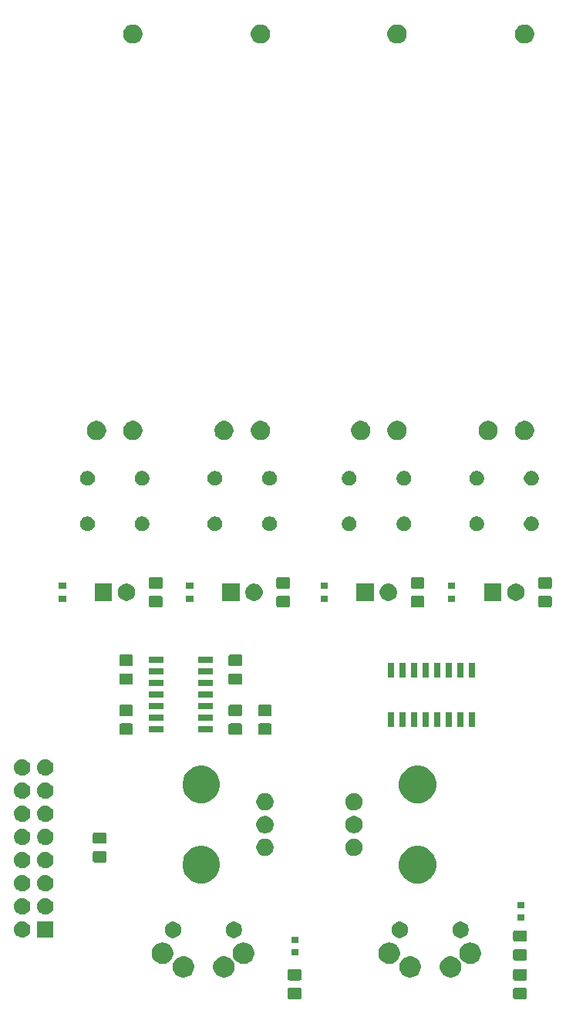
<source format=gbr>
G04 #@! TF.GenerationSoftware,KiCad,Pcbnew,(5.0.2-5-10.14)*
G04 #@! TF.CreationDate,2019-06-16T13:43:50-04:00*
G04 #@! TF.ProjectId,sequencer,73657175-656e-4636-9572-2e6b69636164,rev?*
G04 #@! TF.SameCoordinates,Original*
G04 #@! TF.FileFunction,Soldermask,Top*
G04 #@! TF.FilePolarity,Negative*
%FSLAX46Y46*%
G04 Gerber Fmt 4.6, Leading zero omitted, Abs format (unit mm)*
G04 Created by KiCad (PCBNEW (5.0.2-5-10.14)) date Sunday, June 16, 2019 at 01:43:50 PM*
%MOMM*%
%LPD*%
G01*
G04 APERTURE LIST*
%ADD10C,0.100000*%
G04 APERTURE END LIST*
D10*
G36*
X120398277Y-156593665D02*
X120435964Y-156605098D01*
X120470703Y-156623666D01*
X120501148Y-156648652D01*
X120526134Y-156679097D01*
X120544702Y-156713836D01*
X120556135Y-156751523D01*
X120560600Y-156796861D01*
X120560600Y-157633539D01*
X120556135Y-157678877D01*
X120544702Y-157716564D01*
X120526134Y-157751303D01*
X120501148Y-157781748D01*
X120470703Y-157806734D01*
X120435964Y-157825302D01*
X120398277Y-157836735D01*
X120352939Y-157841200D01*
X119266261Y-157841200D01*
X119220923Y-157836735D01*
X119183236Y-157825302D01*
X119148497Y-157806734D01*
X119118052Y-157781748D01*
X119093066Y-157751303D01*
X119074498Y-157716564D01*
X119063065Y-157678877D01*
X119058600Y-157633539D01*
X119058600Y-156796861D01*
X119063065Y-156751523D01*
X119074498Y-156713836D01*
X119093066Y-156679097D01*
X119118052Y-156648652D01*
X119148497Y-156623666D01*
X119183236Y-156605098D01*
X119220923Y-156593665D01*
X119266261Y-156589200D01*
X120352939Y-156589200D01*
X120398277Y-156593665D01*
X120398277Y-156593665D01*
G37*
G36*
X95648277Y-156593665D02*
X95685964Y-156605098D01*
X95720703Y-156623666D01*
X95751148Y-156648652D01*
X95776134Y-156679097D01*
X95794702Y-156713836D01*
X95806135Y-156751523D01*
X95810600Y-156796861D01*
X95810600Y-157633539D01*
X95806135Y-157678877D01*
X95794702Y-157716564D01*
X95776134Y-157751303D01*
X95751148Y-157781748D01*
X95720703Y-157806734D01*
X95685964Y-157825302D01*
X95648277Y-157836735D01*
X95602939Y-157841200D01*
X94516261Y-157841200D01*
X94470923Y-157836735D01*
X94433236Y-157825302D01*
X94398497Y-157806734D01*
X94368052Y-157781748D01*
X94343066Y-157751303D01*
X94324498Y-157716564D01*
X94313065Y-157678877D01*
X94308600Y-157633539D01*
X94308600Y-156796861D01*
X94313065Y-156751523D01*
X94324498Y-156713836D01*
X94343066Y-156679097D01*
X94368052Y-156648652D01*
X94398497Y-156623666D01*
X94433236Y-156605098D01*
X94470923Y-156593665D01*
X94516261Y-156589200D01*
X95602939Y-156589200D01*
X95648277Y-156593665D01*
X95648277Y-156593665D01*
G37*
G36*
X95648277Y-154543665D02*
X95685964Y-154555098D01*
X95720703Y-154573666D01*
X95751148Y-154598652D01*
X95776134Y-154629097D01*
X95794702Y-154663836D01*
X95806135Y-154701523D01*
X95810600Y-154746861D01*
X95810600Y-155583539D01*
X95806135Y-155628877D01*
X95794702Y-155666564D01*
X95776134Y-155701303D01*
X95751148Y-155731748D01*
X95720703Y-155756734D01*
X95685964Y-155775302D01*
X95648277Y-155786735D01*
X95602939Y-155791200D01*
X94516261Y-155791200D01*
X94470923Y-155786735D01*
X94433236Y-155775302D01*
X94398497Y-155756734D01*
X94368052Y-155731748D01*
X94343066Y-155701303D01*
X94324498Y-155666564D01*
X94313065Y-155628877D01*
X94308600Y-155583539D01*
X94308600Y-154746861D01*
X94313065Y-154701523D01*
X94324498Y-154663836D01*
X94343066Y-154629097D01*
X94368052Y-154598652D01*
X94398497Y-154573666D01*
X94433236Y-154555098D01*
X94470923Y-154543665D01*
X94516261Y-154539200D01*
X95602939Y-154539200D01*
X95648277Y-154543665D01*
X95648277Y-154543665D01*
G37*
G36*
X120398277Y-154543665D02*
X120435964Y-154555098D01*
X120470703Y-154573666D01*
X120501148Y-154598652D01*
X120526134Y-154629097D01*
X120544702Y-154663836D01*
X120556135Y-154701523D01*
X120560600Y-154746861D01*
X120560600Y-155583539D01*
X120556135Y-155628877D01*
X120544702Y-155666564D01*
X120526134Y-155701303D01*
X120501148Y-155731748D01*
X120470703Y-155756734D01*
X120435964Y-155775302D01*
X120398277Y-155786735D01*
X120352939Y-155791200D01*
X119266261Y-155791200D01*
X119220923Y-155786735D01*
X119183236Y-155775302D01*
X119148497Y-155756734D01*
X119118052Y-155731748D01*
X119093066Y-155701303D01*
X119074498Y-155666564D01*
X119063065Y-155628877D01*
X119058600Y-155583539D01*
X119058600Y-154746861D01*
X119063065Y-154701523D01*
X119074498Y-154663836D01*
X119093066Y-154629097D01*
X119118052Y-154598652D01*
X119148497Y-154573666D01*
X119183236Y-154555098D01*
X119220923Y-154543665D01*
X119266261Y-154539200D01*
X120352939Y-154539200D01*
X120398277Y-154543665D01*
X120398277Y-154543665D01*
G37*
G36*
X112423427Y-153137597D02*
X112537027Y-153160193D01*
X112751045Y-153248842D01*
X112899511Y-153348044D01*
X112943659Y-153377543D01*
X113107457Y-153541341D01*
X113107459Y-153541344D01*
X113236158Y-153733955D01*
X113324807Y-153947973D01*
X113370000Y-154175174D01*
X113370000Y-154406826D01*
X113324807Y-154634027D01*
X113236158Y-154848045D01*
X113108326Y-155039358D01*
X113107457Y-155040659D01*
X112943659Y-155204457D01*
X112943656Y-155204459D01*
X112751045Y-155333158D01*
X112537027Y-155421807D01*
X112423426Y-155444404D01*
X112309827Y-155467000D01*
X112078173Y-155467000D01*
X111964574Y-155444404D01*
X111850973Y-155421807D01*
X111636955Y-155333158D01*
X111444344Y-155204459D01*
X111444341Y-155204457D01*
X111280543Y-155040659D01*
X111279674Y-155039358D01*
X111151842Y-154848045D01*
X111063193Y-154634027D01*
X111018000Y-154406826D01*
X111018000Y-154175174D01*
X111063193Y-153947973D01*
X111151842Y-153733955D01*
X111280541Y-153541344D01*
X111280543Y-153541341D01*
X111444341Y-153377543D01*
X111488489Y-153348044D01*
X111636955Y-153248842D01*
X111850973Y-153160193D01*
X111964573Y-153137597D01*
X112078173Y-153115000D01*
X112309827Y-153115000D01*
X112423427Y-153137597D01*
X112423427Y-153137597D01*
G37*
G36*
X107973427Y-153137597D02*
X108087027Y-153160193D01*
X108301045Y-153248842D01*
X108449511Y-153348044D01*
X108493659Y-153377543D01*
X108657457Y-153541341D01*
X108657459Y-153541344D01*
X108786158Y-153733955D01*
X108874807Y-153947973D01*
X108920000Y-154175174D01*
X108920000Y-154406826D01*
X108874807Y-154634027D01*
X108786158Y-154848045D01*
X108658326Y-155039358D01*
X108657457Y-155040659D01*
X108493659Y-155204457D01*
X108493656Y-155204459D01*
X108301045Y-155333158D01*
X108087027Y-155421807D01*
X107973426Y-155444404D01*
X107859827Y-155467000D01*
X107628173Y-155467000D01*
X107514574Y-155444404D01*
X107400973Y-155421807D01*
X107186955Y-155333158D01*
X106994344Y-155204459D01*
X106994341Y-155204457D01*
X106830543Y-155040659D01*
X106829674Y-155039358D01*
X106701842Y-154848045D01*
X106613193Y-154634027D01*
X106568000Y-154406826D01*
X106568000Y-154175174D01*
X106613193Y-153947973D01*
X106701842Y-153733955D01*
X106830541Y-153541344D01*
X106830543Y-153541341D01*
X106994341Y-153377543D01*
X107038489Y-153348044D01*
X107186955Y-153248842D01*
X107400973Y-153160193D01*
X107514573Y-153137597D01*
X107628173Y-153115000D01*
X107859827Y-153115000D01*
X107973427Y-153137597D01*
X107973427Y-153137597D01*
G37*
G36*
X87531427Y-153137597D02*
X87645027Y-153160193D01*
X87859045Y-153248842D01*
X88007511Y-153348044D01*
X88051659Y-153377543D01*
X88215457Y-153541341D01*
X88215459Y-153541344D01*
X88344158Y-153733955D01*
X88432807Y-153947973D01*
X88478000Y-154175174D01*
X88478000Y-154406826D01*
X88432807Y-154634027D01*
X88344158Y-154848045D01*
X88216326Y-155039358D01*
X88215457Y-155040659D01*
X88051659Y-155204457D01*
X88051656Y-155204459D01*
X87859045Y-155333158D01*
X87645027Y-155421807D01*
X87531426Y-155444404D01*
X87417827Y-155467000D01*
X87186173Y-155467000D01*
X87072574Y-155444404D01*
X86958973Y-155421807D01*
X86744955Y-155333158D01*
X86552344Y-155204459D01*
X86552341Y-155204457D01*
X86388543Y-155040659D01*
X86387674Y-155039358D01*
X86259842Y-154848045D01*
X86171193Y-154634027D01*
X86126000Y-154406826D01*
X86126000Y-154175174D01*
X86171193Y-153947973D01*
X86259842Y-153733955D01*
X86388541Y-153541344D01*
X86388543Y-153541341D01*
X86552341Y-153377543D01*
X86596489Y-153348044D01*
X86744955Y-153248842D01*
X86958973Y-153160193D01*
X87072573Y-153137597D01*
X87186173Y-153115000D01*
X87417827Y-153115000D01*
X87531427Y-153137597D01*
X87531427Y-153137597D01*
G37*
G36*
X83081427Y-153137597D02*
X83195027Y-153160193D01*
X83409045Y-153248842D01*
X83557511Y-153348044D01*
X83601659Y-153377543D01*
X83765457Y-153541341D01*
X83765459Y-153541344D01*
X83894158Y-153733955D01*
X83982807Y-153947973D01*
X84028000Y-154175174D01*
X84028000Y-154406826D01*
X83982807Y-154634027D01*
X83894158Y-154848045D01*
X83766326Y-155039358D01*
X83765457Y-155040659D01*
X83601659Y-155204457D01*
X83601656Y-155204459D01*
X83409045Y-155333158D01*
X83195027Y-155421807D01*
X83081426Y-155444404D01*
X82967827Y-155467000D01*
X82736173Y-155467000D01*
X82622574Y-155444404D01*
X82508973Y-155421807D01*
X82294955Y-155333158D01*
X82102344Y-155204459D01*
X82102341Y-155204457D01*
X81938543Y-155040659D01*
X81937674Y-155039358D01*
X81809842Y-154848045D01*
X81721193Y-154634027D01*
X81676000Y-154406826D01*
X81676000Y-154175174D01*
X81721193Y-153947973D01*
X81809842Y-153733955D01*
X81938541Y-153541344D01*
X81938543Y-153541341D01*
X82102341Y-153377543D01*
X82146489Y-153348044D01*
X82294955Y-153248842D01*
X82508973Y-153160193D01*
X82622573Y-153137597D01*
X82736173Y-153115000D01*
X82967827Y-153115000D01*
X83081427Y-153137597D01*
X83081427Y-153137597D01*
G37*
G36*
X114573427Y-151637597D02*
X114687027Y-151660193D01*
X114901045Y-151748842D01*
X115092358Y-151876674D01*
X115093659Y-151877543D01*
X115257457Y-152041341D01*
X115257459Y-152041344D01*
X115386158Y-152233955D01*
X115474807Y-152447973D01*
X115520000Y-152675174D01*
X115520000Y-152906826D01*
X115474807Y-153134027D01*
X115386158Y-153348045D01*
X115263411Y-153531748D01*
X115257457Y-153540659D01*
X115093659Y-153704457D01*
X115093656Y-153704459D01*
X114901045Y-153833158D01*
X114687027Y-153921807D01*
X114573426Y-153944404D01*
X114459827Y-153967000D01*
X114228173Y-153967000D01*
X114114574Y-153944404D01*
X114000973Y-153921807D01*
X113786955Y-153833158D01*
X113594344Y-153704459D01*
X113594341Y-153704457D01*
X113430543Y-153540659D01*
X113424589Y-153531748D01*
X113301842Y-153348045D01*
X113213193Y-153134027D01*
X113168000Y-152906826D01*
X113168000Y-152675174D01*
X113213193Y-152447973D01*
X113301842Y-152233955D01*
X113430541Y-152041344D01*
X113430543Y-152041341D01*
X113594341Y-151877543D01*
X113595642Y-151876674D01*
X113786955Y-151748842D01*
X114000973Y-151660193D01*
X114114573Y-151637597D01*
X114228173Y-151615000D01*
X114459827Y-151615000D01*
X114573427Y-151637597D01*
X114573427Y-151637597D01*
G37*
G36*
X105673427Y-151637597D02*
X105787027Y-151660193D01*
X106001045Y-151748842D01*
X106192358Y-151876674D01*
X106193659Y-151877543D01*
X106357457Y-152041341D01*
X106357459Y-152041344D01*
X106486158Y-152233955D01*
X106574807Y-152447973D01*
X106620000Y-152675174D01*
X106620000Y-152906826D01*
X106574807Y-153134027D01*
X106486158Y-153348045D01*
X106363411Y-153531748D01*
X106357457Y-153540659D01*
X106193659Y-153704457D01*
X106193656Y-153704459D01*
X106001045Y-153833158D01*
X105787027Y-153921807D01*
X105673426Y-153944404D01*
X105559827Y-153967000D01*
X105328173Y-153967000D01*
X105214574Y-153944404D01*
X105100973Y-153921807D01*
X104886955Y-153833158D01*
X104694344Y-153704459D01*
X104694341Y-153704457D01*
X104530543Y-153540659D01*
X104524589Y-153531748D01*
X104401842Y-153348045D01*
X104313193Y-153134027D01*
X104268000Y-152906826D01*
X104268000Y-152675174D01*
X104313193Y-152447973D01*
X104401842Y-152233955D01*
X104530541Y-152041344D01*
X104530543Y-152041341D01*
X104694341Y-151877543D01*
X104695642Y-151876674D01*
X104886955Y-151748842D01*
X105100973Y-151660193D01*
X105214573Y-151637597D01*
X105328173Y-151615000D01*
X105559827Y-151615000D01*
X105673427Y-151637597D01*
X105673427Y-151637597D01*
G37*
G36*
X89681427Y-151637597D02*
X89795027Y-151660193D01*
X90009045Y-151748842D01*
X90200358Y-151876674D01*
X90201659Y-151877543D01*
X90365457Y-152041341D01*
X90365459Y-152041344D01*
X90494158Y-152233955D01*
X90582807Y-152447973D01*
X90628000Y-152675174D01*
X90628000Y-152906826D01*
X90582807Y-153134027D01*
X90494158Y-153348045D01*
X90371411Y-153531748D01*
X90365457Y-153540659D01*
X90201659Y-153704457D01*
X90201656Y-153704459D01*
X90009045Y-153833158D01*
X89795027Y-153921807D01*
X89681426Y-153944404D01*
X89567827Y-153967000D01*
X89336173Y-153967000D01*
X89222574Y-153944404D01*
X89108973Y-153921807D01*
X88894955Y-153833158D01*
X88702344Y-153704459D01*
X88702341Y-153704457D01*
X88538543Y-153540659D01*
X88532589Y-153531748D01*
X88409842Y-153348045D01*
X88321193Y-153134027D01*
X88276000Y-152906826D01*
X88276000Y-152675174D01*
X88321193Y-152447973D01*
X88409842Y-152233955D01*
X88538541Y-152041344D01*
X88538543Y-152041341D01*
X88702341Y-151877543D01*
X88703642Y-151876674D01*
X88894955Y-151748842D01*
X89108973Y-151660193D01*
X89222573Y-151637597D01*
X89336173Y-151615000D01*
X89567827Y-151615000D01*
X89681427Y-151637597D01*
X89681427Y-151637597D01*
G37*
G36*
X80781427Y-151637597D02*
X80895027Y-151660193D01*
X81109045Y-151748842D01*
X81300358Y-151876674D01*
X81301659Y-151877543D01*
X81465457Y-152041341D01*
X81465459Y-152041344D01*
X81594158Y-152233955D01*
X81682807Y-152447973D01*
X81728000Y-152675174D01*
X81728000Y-152906826D01*
X81682807Y-153134027D01*
X81594158Y-153348045D01*
X81471411Y-153531748D01*
X81465457Y-153540659D01*
X81301659Y-153704457D01*
X81301656Y-153704459D01*
X81109045Y-153833158D01*
X80895027Y-153921807D01*
X80781426Y-153944404D01*
X80667827Y-153967000D01*
X80436173Y-153967000D01*
X80322574Y-153944404D01*
X80208973Y-153921807D01*
X79994955Y-153833158D01*
X79802344Y-153704459D01*
X79802341Y-153704457D01*
X79638543Y-153540659D01*
X79632589Y-153531748D01*
X79509842Y-153348045D01*
X79421193Y-153134027D01*
X79376000Y-152906826D01*
X79376000Y-152675174D01*
X79421193Y-152447973D01*
X79509842Y-152233955D01*
X79638541Y-152041344D01*
X79638543Y-152041341D01*
X79802341Y-151877543D01*
X79803642Y-151876674D01*
X79994955Y-151748842D01*
X80208973Y-151660193D01*
X80322573Y-151637597D01*
X80436173Y-151615000D01*
X80667827Y-151615000D01*
X80781427Y-151637597D01*
X80781427Y-151637597D01*
G37*
G36*
X120398277Y-152343665D02*
X120435964Y-152355098D01*
X120470703Y-152373666D01*
X120501148Y-152398652D01*
X120526134Y-152429097D01*
X120544702Y-152463836D01*
X120556135Y-152501523D01*
X120560600Y-152546861D01*
X120560600Y-153383539D01*
X120556135Y-153428877D01*
X120544702Y-153466564D01*
X120526134Y-153501303D01*
X120501148Y-153531748D01*
X120470703Y-153556734D01*
X120435964Y-153575302D01*
X120398277Y-153586735D01*
X120352939Y-153591200D01*
X119266261Y-153591200D01*
X119220923Y-153586735D01*
X119183236Y-153575302D01*
X119148497Y-153556734D01*
X119118052Y-153531748D01*
X119093066Y-153501303D01*
X119074498Y-153466564D01*
X119063065Y-153428877D01*
X119058600Y-153383539D01*
X119058600Y-152546861D01*
X119063065Y-152501523D01*
X119074498Y-152463836D01*
X119093066Y-152429097D01*
X119118052Y-152398652D01*
X119148497Y-152373666D01*
X119183236Y-152355098D01*
X119220923Y-152343665D01*
X119266261Y-152339200D01*
X120352939Y-152339200D01*
X120398277Y-152343665D01*
X120398277Y-152343665D01*
G37*
G36*
X95524000Y-153070000D02*
X94722000Y-153070000D01*
X94722000Y-152368000D01*
X95524000Y-152368000D01*
X95524000Y-153070000D01*
X95524000Y-153070000D01*
G37*
G36*
X95524000Y-151670000D02*
X94722000Y-151670000D01*
X94722000Y-150968000D01*
X95524000Y-150968000D01*
X95524000Y-151670000D01*
X95524000Y-151670000D01*
G37*
G36*
X120398277Y-150293665D02*
X120435964Y-150305098D01*
X120470703Y-150323666D01*
X120501148Y-150348652D01*
X120526134Y-150379097D01*
X120544702Y-150413836D01*
X120556135Y-150451523D01*
X120560600Y-150496861D01*
X120560600Y-151333539D01*
X120556135Y-151378877D01*
X120544702Y-151416564D01*
X120526134Y-151451303D01*
X120501148Y-151481748D01*
X120470703Y-151506734D01*
X120435964Y-151525302D01*
X120398277Y-151536735D01*
X120352939Y-151541200D01*
X119266261Y-151541200D01*
X119220923Y-151536735D01*
X119183236Y-151525302D01*
X119148497Y-151506734D01*
X119118052Y-151481748D01*
X119093066Y-151451303D01*
X119074498Y-151416564D01*
X119063065Y-151378877D01*
X119058600Y-151333539D01*
X119058600Y-150496861D01*
X119063065Y-150451523D01*
X119074498Y-150413836D01*
X119093066Y-150379097D01*
X119118052Y-150348652D01*
X119148497Y-150323666D01*
X119183236Y-150305098D01*
X119220923Y-150293665D01*
X119266261Y-150289200D01*
X120352939Y-150289200D01*
X120398277Y-150293665D01*
X120398277Y-150293665D01*
G37*
G36*
X106866812Y-149374624D02*
X107030784Y-149442544D01*
X107178354Y-149541147D01*
X107303853Y-149666646D01*
X107402456Y-149814216D01*
X107470376Y-149978188D01*
X107505000Y-150152259D01*
X107505000Y-150329741D01*
X107470376Y-150503812D01*
X107402456Y-150667784D01*
X107303853Y-150815354D01*
X107178354Y-150940853D01*
X107030784Y-151039456D01*
X106866812Y-151107376D01*
X106692741Y-151142000D01*
X106515259Y-151142000D01*
X106341188Y-151107376D01*
X106177216Y-151039456D01*
X106029646Y-150940853D01*
X105904147Y-150815354D01*
X105805544Y-150667784D01*
X105737624Y-150503812D01*
X105703000Y-150329741D01*
X105703000Y-150152259D01*
X105737624Y-149978188D01*
X105805544Y-149814216D01*
X105904147Y-149666646D01*
X106029646Y-149541147D01*
X106177216Y-149442544D01*
X106341188Y-149374624D01*
X106515259Y-149340000D01*
X106692741Y-149340000D01*
X106866812Y-149374624D01*
X106866812Y-149374624D01*
G37*
G36*
X113546812Y-149374624D02*
X113710784Y-149442544D01*
X113858354Y-149541147D01*
X113983853Y-149666646D01*
X114082456Y-149814216D01*
X114150376Y-149978188D01*
X114185000Y-150152259D01*
X114185000Y-150329741D01*
X114150376Y-150503812D01*
X114082456Y-150667784D01*
X113983853Y-150815354D01*
X113858354Y-150940853D01*
X113710784Y-151039456D01*
X113546812Y-151107376D01*
X113372741Y-151142000D01*
X113195259Y-151142000D01*
X113021188Y-151107376D01*
X112857216Y-151039456D01*
X112709646Y-150940853D01*
X112584147Y-150815354D01*
X112485544Y-150667784D01*
X112417624Y-150503812D01*
X112383000Y-150329741D01*
X112383000Y-150152259D01*
X112417624Y-149978188D01*
X112485544Y-149814216D01*
X112584147Y-149666646D01*
X112709646Y-149541147D01*
X112857216Y-149442544D01*
X113021188Y-149374624D01*
X113195259Y-149340000D01*
X113372741Y-149340000D01*
X113546812Y-149374624D01*
X113546812Y-149374624D01*
G37*
G36*
X88654812Y-149374624D02*
X88818784Y-149442544D01*
X88966354Y-149541147D01*
X89091853Y-149666646D01*
X89190456Y-149814216D01*
X89258376Y-149978188D01*
X89293000Y-150152259D01*
X89293000Y-150329741D01*
X89258376Y-150503812D01*
X89190456Y-150667784D01*
X89091853Y-150815354D01*
X88966354Y-150940853D01*
X88818784Y-151039456D01*
X88654812Y-151107376D01*
X88480741Y-151142000D01*
X88303259Y-151142000D01*
X88129188Y-151107376D01*
X87965216Y-151039456D01*
X87817646Y-150940853D01*
X87692147Y-150815354D01*
X87593544Y-150667784D01*
X87525624Y-150503812D01*
X87491000Y-150329741D01*
X87491000Y-150152259D01*
X87525624Y-149978188D01*
X87593544Y-149814216D01*
X87692147Y-149666646D01*
X87817646Y-149541147D01*
X87965216Y-149442544D01*
X88129188Y-149374624D01*
X88303259Y-149340000D01*
X88480741Y-149340000D01*
X88654812Y-149374624D01*
X88654812Y-149374624D01*
G37*
G36*
X81974812Y-149374624D02*
X82138784Y-149442544D01*
X82286354Y-149541147D01*
X82411853Y-149666646D01*
X82510456Y-149814216D01*
X82578376Y-149978188D01*
X82613000Y-150152259D01*
X82613000Y-150329741D01*
X82578376Y-150503812D01*
X82510456Y-150667784D01*
X82411853Y-150815354D01*
X82286354Y-150940853D01*
X82138784Y-151039456D01*
X81974812Y-151107376D01*
X81800741Y-151142000D01*
X81623259Y-151142000D01*
X81449188Y-151107376D01*
X81285216Y-151039456D01*
X81137646Y-150940853D01*
X81012147Y-150815354D01*
X80913544Y-150667784D01*
X80845624Y-150503812D01*
X80811000Y-150329741D01*
X80811000Y-150152259D01*
X80845624Y-149978188D01*
X80913544Y-149814216D01*
X81012147Y-149666646D01*
X81137646Y-149541147D01*
X81285216Y-149442544D01*
X81449188Y-149374624D01*
X81623259Y-149340000D01*
X81800741Y-149340000D01*
X81974812Y-149374624D01*
X81974812Y-149374624D01*
G37*
G36*
X68592000Y-151091200D02*
X66790000Y-151091200D01*
X66790000Y-149289200D01*
X68592000Y-149289200D01*
X68592000Y-151091200D01*
X68592000Y-151091200D01*
G37*
G36*
X65261443Y-149295719D02*
X65327627Y-149302237D01*
X65440853Y-149336584D01*
X65497467Y-149353757D01*
X65636087Y-149427852D01*
X65653991Y-149437422D01*
X65689729Y-149466752D01*
X65791186Y-149550014D01*
X65874448Y-149651471D01*
X65903778Y-149687209D01*
X65903779Y-149687211D01*
X65987443Y-149843733D01*
X65987443Y-149843734D01*
X66038963Y-150013573D01*
X66056359Y-150190200D01*
X66038963Y-150366827D01*
X66004616Y-150480053D01*
X65987443Y-150536667D01*
X65917358Y-150667784D01*
X65903778Y-150693191D01*
X65874448Y-150728929D01*
X65791186Y-150830386D01*
X65689729Y-150913648D01*
X65653991Y-150942978D01*
X65653989Y-150942979D01*
X65497467Y-151026643D01*
X65455227Y-151039456D01*
X65327627Y-151078163D01*
X65261443Y-151084681D01*
X65195260Y-151091200D01*
X65106740Y-151091200D01*
X65040557Y-151084681D01*
X64974373Y-151078163D01*
X64846773Y-151039456D01*
X64804533Y-151026643D01*
X64648011Y-150942979D01*
X64648009Y-150942978D01*
X64612271Y-150913648D01*
X64510814Y-150830386D01*
X64427552Y-150728929D01*
X64398222Y-150693191D01*
X64384642Y-150667784D01*
X64314557Y-150536667D01*
X64297384Y-150480053D01*
X64263037Y-150366827D01*
X64245641Y-150190200D01*
X64263037Y-150013573D01*
X64314557Y-149843734D01*
X64314557Y-149843733D01*
X64398221Y-149687211D01*
X64398222Y-149687209D01*
X64427552Y-149651471D01*
X64510814Y-149550014D01*
X64612271Y-149466752D01*
X64648009Y-149437422D01*
X64665913Y-149427852D01*
X64804533Y-149353757D01*
X64861147Y-149336584D01*
X64974373Y-149302237D01*
X65040557Y-149295719D01*
X65106740Y-149289200D01*
X65195260Y-149289200D01*
X65261443Y-149295719D01*
X65261443Y-149295719D01*
G37*
G36*
X120289000Y-149260000D02*
X119487000Y-149260000D01*
X119487000Y-148558000D01*
X120289000Y-148558000D01*
X120289000Y-149260000D01*
X120289000Y-149260000D01*
G37*
G36*
X67801443Y-146755719D02*
X67867627Y-146762237D01*
X67980853Y-146796584D01*
X68037467Y-146813757D01*
X68176087Y-146887852D01*
X68193991Y-146897422D01*
X68229729Y-146926752D01*
X68331186Y-147010014D01*
X68414448Y-147111471D01*
X68443778Y-147147209D01*
X68443779Y-147147211D01*
X68527443Y-147303733D01*
X68527443Y-147303734D01*
X68578963Y-147473573D01*
X68596359Y-147650200D01*
X68578963Y-147826827D01*
X68568900Y-147860000D01*
X68527443Y-147996667D01*
X68453348Y-148135287D01*
X68443778Y-148153191D01*
X68414448Y-148188929D01*
X68331186Y-148290386D01*
X68229729Y-148373648D01*
X68193991Y-148402978D01*
X68193989Y-148402979D01*
X68037467Y-148486643D01*
X67980853Y-148503816D01*
X67867627Y-148538163D01*
X67801442Y-148544682D01*
X67735260Y-148551200D01*
X67646740Y-148551200D01*
X67580558Y-148544682D01*
X67514373Y-148538163D01*
X67401147Y-148503816D01*
X67344533Y-148486643D01*
X67188011Y-148402979D01*
X67188009Y-148402978D01*
X67152271Y-148373648D01*
X67050814Y-148290386D01*
X66967552Y-148188929D01*
X66938222Y-148153191D01*
X66928652Y-148135287D01*
X66854557Y-147996667D01*
X66813100Y-147860000D01*
X66803037Y-147826827D01*
X66785641Y-147650200D01*
X66803037Y-147473573D01*
X66854557Y-147303734D01*
X66854557Y-147303733D01*
X66938221Y-147147211D01*
X66938222Y-147147209D01*
X66967552Y-147111471D01*
X67050814Y-147010014D01*
X67152271Y-146926752D01*
X67188009Y-146897422D01*
X67205913Y-146887852D01*
X67344533Y-146813757D01*
X67401147Y-146796584D01*
X67514373Y-146762237D01*
X67580557Y-146755719D01*
X67646740Y-146749200D01*
X67735260Y-146749200D01*
X67801443Y-146755719D01*
X67801443Y-146755719D01*
G37*
G36*
X65261443Y-146755719D02*
X65327627Y-146762237D01*
X65440853Y-146796584D01*
X65497467Y-146813757D01*
X65636087Y-146887852D01*
X65653991Y-146897422D01*
X65689729Y-146926752D01*
X65791186Y-147010014D01*
X65874448Y-147111471D01*
X65903778Y-147147209D01*
X65903779Y-147147211D01*
X65987443Y-147303733D01*
X65987443Y-147303734D01*
X66038963Y-147473573D01*
X66056359Y-147650200D01*
X66038963Y-147826827D01*
X66028900Y-147860000D01*
X65987443Y-147996667D01*
X65913348Y-148135287D01*
X65903778Y-148153191D01*
X65874448Y-148188929D01*
X65791186Y-148290386D01*
X65689729Y-148373648D01*
X65653991Y-148402978D01*
X65653989Y-148402979D01*
X65497467Y-148486643D01*
X65440853Y-148503816D01*
X65327627Y-148538163D01*
X65261442Y-148544682D01*
X65195260Y-148551200D01*
X65106740Y-148551200D01*
X65040558Y-148544682D01*
X64974373Y-148538163D01*
X64861147Y-148503816D01*
X64804533Y-148486643D01*
X64648011Y-148402979D01*
X64648009Y-148402978D01*
X64612271Y-148373648D01*
X64510814Y-148290386D01*
X64427552Y-148188929D01*
X64398222Y-148153191D01*
X64388652Y-148135287D01*
X64314557Y-147996667D01*
X64273100Y-147860000D01*
X64263037Y-147826827D01*
X64245641Y-147650200D01*
X64263037Y-147473573D01*
X64314557Y-147303734D01*
X64314557Y-147303733D01*
X64398221Y-147147211D01*
X64398222Y-147147209D01*
X64427552Y-147111471D01*
X64510814Y-147010014D01*
X64612271Y-146926752D01*
X64648009Y-146897422D01*
X64665913Y-146887852D01*
X64804533Y-146813757D01*
X64861147Y-146796584D01*
X64974373Y-146762237D01*
X65040557Y-146755719D01*
X65106740Y-146749200D01*
X65195260Y-146749200D01*
X65261443Y-146755719D01*
X65261443Y-146755719D01*
G37*
G36*
X120289000Y-147860000D02*
X119487000Y-147860000D01*
X119487000Y-147158000D01*
X120289000Y-147158000D01*
X120289000Y-147860000D01*
X120289000Y-147860000D01*
G37*
G36*
X67801442Y-144215718D02*
X67867627Y-144222237D01*
X67980853Y-144256584D01*
X68037467Y-144273757D01*
X68176087Y-144347852D01*
X68193991Y-144357422D01*
X68229729Y-144386752D01*
X68331186Y-144470014D01*
X68414448Y-144571471D01*
X68443778Y-144607209D01*
X68443779Y-144607211D01*
X68527443Y-144763733D01*
X68527443Y-144763734D01*
X68578963Y-144933573D01*
X68596359Y-145110200D01*
X68578963Y-145286827D01*
X68544616Y-145400053D01*
X68527443Y-145456667D01*
X68453348Y-145595287D01*
X68443778Y-145613191D01*
X68414448Y-145648929D01*
X68331186Y-145750386D01*
X68229729Y-145833648D01*
X68193991Y-145862978D01*
X68193989Y-145862979D01*
X68037467Y-145946643D01*
X67980853Y-145963816D01*
X67867627Y-145998163D01*
X67801443Y-146004681D01*
X67735260Y-146011200D01*
X67646740Y-146011200D01*
X67580557Y-146004681D01*
X67514373Y-145998163D01*
X67401147Y-145963816D01*
X67344533Y-145946643D01*
X67188011Y-145862979D01*
X67188009Y-145862978D01*
X67152271Y-145833648D01*
X67050814Y-145750386D01*
X66967552Y-145648929D01*
X66938222Y-145613191D01*
X66928652Y-145595287D01*
X66854557Y-145456667D01*
X66837384Y-145400053D01*
X66803037Y-145286827D01*
X66785641Y-145110200D01*
X66803037Y-144933573D01*
X66854557Y-144763734D01*
X66854557Y-144763733D01*
X66938221Y-144607211D01*
X66938222Y-144607209D01*
X66967552Y-144571471D01*
X67050814Y-144470014D01*
X67152271Y-144386752D01*
X67188009Y-144357422D01*
X67205913Y-144347852D01*
X67344533Y-144273757D01*
X67401147Y-144256584D01*
X67514373Y-144222237D01*
X67580558Y-144215718D01*
X67646740Y-144209200D01*
X67735260Y-144209200D01*
X67801442Y-144215718D01*
X67801442Y-144215718D01*
G37*
G36*
X65261442Y-144215718D02*
X65327627Y-144222237D01*
X65440853Y-144256584D01*
X65497467Y-144273757D01*
X65636087Y-144347852D01*
X65653991Y-144357422D01*
X65689729Y-144386752D01*
X65791186Y-144470014D01*
X65874448Y-144571471D01*
X65903778Y-144607209D01*
X65903779Y-144607211D01*
X65987443Y-144763733D01*
X65987443Y-144763734D01*
X66038963Y-144933573D01*
X66056359Y-145110200D01*
X66038963Y-145286827D01*
X66004616Y-145400053D01*
X65987443Y-145456667D01*
X65913348Y-145595287D01*
X65903778Y-145613191D01*
X65874448Y-145648929D01*
X65791186Y-145750386D01*
X65689729Y-145833648D01*
X65653991Y-145862978D01*
X65653989Y-145862979D01*
X65497467Y-145946643D01*
X65440853Y-145963816D01*
X65327627Y-145998163D01*
X65261443Y-146004681D01*
X65195260Y-146011200D01*
X65106740Y-146011200D01*
X65040557Y-146004681D01*
X64974373Y-145998163D01*
X64861147Y-145963816D01*
X64804533Y-145946643D01*
X64648011Y-145862979D01*
X64648009Y-145862978D01*
X64612271Y-145833648D01*
X64510814Y-145750386D01*
X64427552Y-145648929D01*
X64398222Y-145613191D01*
X64388652Y-145595287D01*
X64314557Y-145456667D01*
X64297384Y-145400053D01*
X64263037Y-145286827D01*
X64245641Y-145110200D01*
X64263037Y-144933573D01*
X64314557Y-144763734D01*
X64314557Y-144763733D01*
X64398221Y-144607211D01*
X64398222Y-144607209D01*
X64427552Y-144571471D01*
X64510814Y-144470014D01*
X64612271Y-144386752D01*
X64648009Y-144357422D01*
X64665913Y-144347852D01*
X64804533Y-144273757D01*
X64861147Y-144256584D01*
X64974373Y-144222237D01*
X65040558Y-144215718D01*
X65106740Y-144209200D01*
X65195260Y-144209200D01*
X65261442Y-144215718D01*
X65261442Y-144215718D01*
G37*
G36*
X109157852Y-141118018D02*
X109157854Y-141118019D01*
X109157855Y-141118019D01*
X109531113Y-141272627D01*
X109822904Y-141467596D01*
X109867039Y-141497086D01*
X110152714Y-141782761D01*
X110152716Y-141782764D01*
X110377173Y-142118687D01*
X110491034Y-142393573D01*
X110531782Y-142491948D01*
X110610600Y-142888193D01*
X110610600Y-143292206D01*
X110531781Y-143688455D01*
X110377173Y-144061713D01*
X110377172Y-144061714D01*
X110152714Y-144397639D01*
X109867039Y-144683314D01*
X109867036Y-144683316D01*
X109531113Y-144907773D01*
X109157855Y-145062381D01*
X109157854Y-145062381D01*
X109157852Y-145062382D01*
X108761607Y-145141200D01*
X108357593Y-145141200D01*
X107961348Y-145062382D01*
X107961346Y-145062381D01*
X107961345Y-145062381D01*
X107588087Y-144907773D01*
X107252164Y-144683316D01*
X107252161Y-144683314D01*
X106966486Y-144397639D01*
X106742028Y-144061714D01*
X106742027Y-144061713D01*
X106587419Y-143688455D01*
X106508600Y-143292206D01*
X106508600Y-142888193D01*
X106587418Y-142491948D01*
X106628166Y-142393573D01*
X106742027Y-142118687D01*
X106966484Y-141782764D01*
X106966486Y-141782761D01*
X107252161Y-141497086D01*
X107296296Y-141467596D01*
X107588087Y-141272627D01*
X107961345Y-141118019D01*
X107961346Y-141118019D01*
X107961348Y-141118018D01*
X108357593Y-141039200D01*
X108761607Y-141039200D01*
X109157852Y-141118018D01*
X109157852Y-141118018D01*
G37*
G36*
X85407852Y-141118018D02*
X85407854Y-141118019D01*
X85407855Y-141118019D01*
X85781113Y-141272627D01*
X86072904Y-141467596D01*
X86117039Y-141497086D01*
X86402714Y-141782761D01*
X86402716Y-141782764D01*
X86627173Y-142118687D01*
X86741034Y-142393573D01*
X86781782Y-142491948D01*
X86860600Y-142888193D01*
X86860600Y-143292206D01*
X86781781Y-143688455D01*
X86627173Y-144061713D01*
X86627172Y-144061714D01*
X86402714Y-144397639D01*
X86117039Y-144683314D01*
X86117036Y-144683316D01*
X85781113Y-144907773D01*
X85407855Y-145062381D01*
X85407854Y-145062381D01*
X85407852Y-145062382D01*
X85011607Y-145141200D01*
X84607593Y-145141200D01*
X84211348Y-145062382D01*
X84211346Y-145062381D01*
X84211345Y-145062381D01*
X83838087Y-144907773D01*
X83502164Y-144683316D01*
X83502161Y-144683314D01*
X83216486Y-144397639D01*
X82992028Y-144061714D01*
X82992027Y-144061713D01*
X82837419Y-143688455D01*
X82758600Y-143292206D01*
X82758600Y-142888193D01*
X82837418Y-142491948D01*
X82878166Y-142393573D01*
X82992027Y-142118687D01*
X83216484Y-141782764D01*
X83216486Y-141782761D01*
X83502161Y-141497086D01*
X83546296Y-141467596D01*
X83838087Y-141272627D01*
X84211345Y-141118019D01*
X84211346Y-141118019D01*
X84211348Y-141118018D01*
X84607593Y-141039200D01*
X85011607Y-141039200D01*
X85407852Y-141118018D01*
X85407852Y-141118018D01*
G37*
G36*
X65261442Y-141675718D02*
X65327627Y-141682237D01*
X65431795Y-141713836D01*
X65497467Y-141733757D01*
X65636087Y-141807852D01*
X65653991Y-141817422D01*
X65689729Y-141846752D01*
X65791186Y-141930014D01*
X65874448Y-142031471D01*
X65903778Y-142067209D01*
X65903779Y-142067211D01*
X65987443Y-142223733D01*
X65987443Y-142223734D01*
X66038963Y-142393573D01*
X66056359Y-142570200D01*
X66038963Y-142746827D01*
X66020790Y-142806734D01*
X65987443Y-142916667D01*
X65913348Y-143055287D01*
X65903778Y-143073191D01*
X65874448Y-143108929D01*
X65791186Y-143210386D01*
X65691487Y-143292206D01*
X65653991Y-143322978D01*
X65653989Y-143322979D01*
X65497467Y-143406643D01*
X65440853Y-143423816D01*
X65327627Y-143458163D01*
X65261443Y-143464681D01*
X65195260Y-143471200D01*
X65106740Y-143471200D01*
X65040557Y-143464681D01*
X64974373Y-143458163D01*
X64861147Y-143423816D01*
X64804533Y-143406643D01*
X64648011Y-143322979D01*
X64648009Y-143322978D01*
X64610513Y-143292206D01*
X64510814Y-143210386D01*
X64427552Y-143108929D01*
X64398222Y-143073191D01*
X64388652Y-143055287D01*
X64314557Y-142916667D01*
X64281210Y-142806734D01*
X64263037Y-142746827D01*
X64245641Y-142570200D01*
X64263037Y-142393573D01*
X64314557Y-142223734D01*
X64314557Y-142223733D01*
X64398221Y-142067211D01*
X64398222Y-142067209D01*
X64427552Y-142031471D01*
X64510814Y-141930014D01*
X64612271Y-141846752D01*
X64648009Y-141817422D01*
X64665913Y-141807852D01*
X64804533Y-141733757D01*
X64870205Y-141713836D01*
X64974373Y-141682237D01*
X65040558Y-141675718D01*
X65106740Y-141669200D01*
X65195260Y-141669200D01*
X65261442Y-141675718D01*
X65261442Y-141675718D01*
G37*
G36*
X67801442Y-141675718D02*
X67867627Y-141682237D01*
X67971795Y-141713836D01*
X68037467Y-141733757D01*
X68176087Y-141807852D01*
X68193991Y-141817422D01*
X68229729Y-141846752D01*
X68331186Y-141930014D01*
X68414448Y-142031471D01*
X68443778Y-142067209D01*
X68443779Y-142067211D01*
X68527443Y-142223733D01*
X68527443Y-142223734D01*
X68578963Y-142393573D01*
X68596359Y-142570200D01*
X68578963Y-142746827D01*
X68560790Y-142806734D01*
X68527443Y-142916667D01*
X68453348Y-143055287D01*
X68443778Y-143073191D01*
X68414448Y-143108929D01*
X68331186Y-143210386D01*
X68231487Y-143292206D01*
X68193991Y-143322978D01*
X68193989Y-143322979D01*
X68037467Y-143406643D01*
X67980853Y-143423816D01*
X67867627Y-143458163D01*
X67801443Y-143464681D01*
X67735260Y-143471200D01*
X67646740Y-143471200D01*
X67580557Y-143464681D01*
X67514373Y-143458163D01*
X67401147Y-143423816D01*
X67344533Y-143406643D01*
X67188011Y-143322979D01*
X67188009Y-143322978D01*
X67150513Y-143292206D01*
X67050814Y-143210386D01*
X66967552Y-143108929D01*
X66938222Y-143073191D01*
X66928652Y-143055287D01*
X66854557Y-142916667D01*
X66821210Y-142806734D01*
X66803037Y-142746827D01*
X66785641Y-142570200D01*
X66803037Y-142393573D01*
X66854557Y-142223734D01*
X66854557Y-142223733D01*
X66938221Y-142067211D01*
X66938222Y-142067209D01*
X66967552Y-142031471D01*
X67050814Y-141930014D01*
X67152271Y-141846752D01*
X67188009Y-141817422D01*
X67205913Y-141807852D01*
X67344533Y-141733757D01*
X67410205Y-141713836D01*
X67514373Y-141682237D01*
X67580558Y-141675718D01*
X67646740Y-141669200D01*
X67735260Y-141669200D01*
X67801442Y-141675718D01*
X67801442Y-141675718D01*
G37*
G36*
X74248677Y-141593665D02*
X74286364Y-141605098D01*
X74321103Y-141623666D01*
X74351548Y-141648652D01*
X74376534Y-141679097D01*
X74395102Y-141713836D01*
X74406535Y-141751523D01*
X74411000Y-141796861D01*
X74411000Y-142633539D01*
X74406535Y-142678877D01*
X74395102Y-142716564D01*
X74376534Y-142751303D01*
X74351548Y-142781748D01*
X74321103Y-142806734D01*
X74286364Y-142825302D01*
X74248677Y-142836735D01*
X74203339Y-142841200D01*
X73116661Y-142841200D01*
X73071323Y-142836735D01*
X73033636Y-142825302D01*
X72998897Y-142806734D01*
X72968452Y-142781748D01*
X72943466Y-142751303D01*
X72924898Y-142716564D01*
X72913465Y-142678877D01*
X72909000Y-142633539D01*
X72909000Y-141796861D01*
X72913465Y-141751523D01*
X72924898Y-141713836D01*
X72943466Y-141679097D01*
X72968452Y-141648652D01*
X72998897Y-141623666D01*
X73033636Y-141605098D01*
X73071323Y-141593665D01*
X73116661Y-141589200D01*
X74203339Y-141589200D01*
X74248677Y-141593665D01*
X74248677Y-141593665D01*
G37*
G36*
X101836996Y-140275746D02*
X102010066Y-140347434D01*
X102165830Y-140451512D01*
X102298288Y-140583970D01*
X102402366Y-140739734D01*
X102474054Y-140912804D01*
X102510600Y-141096533D01*
X102510600Y-141283867D01*
X102474054Y-141467596D01*
X102402366Y-141640666D01*
X102298288Y-141796430D01*
X102165830Y-141928888D01*
X102010066Y-142032966D01*
X101836996Y-142104654D01*
X101653267Y-142141200D01*
X101465933Y-142141200D01*
X101282204Y-142104654D01*
X101109134Y-142032966D01*
X100953370Y-141928888D01*
X100820912Y-141796430D01*
X100716834Y-141640666D01*
X100645146Y-141467596D01*
X100608600Y-141283867D01*
X100608600Y-141096533D01*
X100645146Y-140912804D01*
X100716834Y-140739734D01*
X100820912Y-140583970D01*
X100953370Y-140451512D01*
X101109134Y-140347434D01*
X101282204Y-140275746D01*
X101465933Y-140239200D01*
X101653267Y-140239200D01*
X101836996Y-140275746D01*
X101836996Y-140275746D01*
G37*
G36*
X92086996Y-140275746D02*
X92260066Y-140347434D01*
X92415830Y-140451512D01*
X92548288Y-140583970D01*
X92652366Y-140739734D01*
X92724054Y-140912804D01*
X92760600Y-141096533D01*
X92760600Y-141283867D01*
X92724054Y-141467596D01*
X92652366Y-141640666D01*
X92548288Y-141796430D01*
X92415830Y-141928888D01*
X92260066Y-142032966D01*
X92086996Y-142104654D01*
X91903267Y-142141200D01*
X91715933Y-142141200D01*
X91532204Y-142104654D01*
X91359134Y-142032966D01*
X91203370Y-141928888D01*
X91070912Y-141796430D01*
X90966834Y-141640666D01*
X90895146Y-141467596D01*
X90858600Y-141283867D01*
X90858600Y-141096533D01*
X90895146Y-140912804D01*
X90966834Y-140739734D01*
X91070912Y-140583970D01*
X91203370Y-140451512D01*
X91359134Y-140347434D01*
X91532204Y-140275746D01*
X91715933Y-140239200D01*
X91903267Y-140239200D01*
X92086996Y-140275746D01*
X92086996Y-140275746D01*
G37*
G36*
X67801442Y-139135718D02*
X67867627Y-139142237D01*
X67980853Y-139176584D01*
X68037467Y-139193757D01*
X68176087Y-139267852D01*
X68193991Y-139277422D01*
X68217148Y-139296427D01*
X68331186Y-139390014D01*
X68414448Y-139491471D01*
X68443778Y-139527209D01*
X68443779Y-139527211D01*
X68527443Y-139683733D01*
X68544616Y-139740347D01*
X68578963Y-139853573D01*
X68596359Y-140030200D01*
X68578963Y-140206827D01*
X68558056Y-140275747D01*
X68527443Y-140376667D01*
X68487438Y-140451510D01*
X68443778Y-140533191D01*
X68414448Y-140568929D01*
X68331186Y-140670386D01*
X68246685Y-140739733D01*
X68193991Y-140782978D01*
X68193989Y-140782979D01*
X68037467Y-140866643D01*
X67980853Y-140883816D01*
X67867627Y-140918163D01*
X67801442Y-140924682D01*
X67735260Y-140931200D01*
X67646740Y-140931200D01*
X67580558Y-140924682D01*
X67514373Y-140918163D01*
X67401147Y-140883816D01*
X67344533Y-140866643D01*
X67188011Y-140782979D01*
X67188009Y-140782978D01*
X67135315Y-140739733D01*
X67050814Y-140670386D01*
X66967552Y-140568929D01*
X66938222Y-140533191D01*
X66894562Y-140451510D01*
X66854557Y-140376667D01*
X66823944Y-140275747D01*
X66803037Y-140206827D01*
X66785641Y-140030200D01*
X66803037Y-139853573D01*
X66837384Y-139740347D01*
X66854557Y-139683733D01*
X66938221Y-139527211D01*
X66938222Y-139527209D01*
X66967552Y-139491471D01*
X67050814Y-139390014D01*
X67164852Y-139296427D01*
X67188009Y-139277422D01*
X67205913Y-139267852D01*
X67344533Y-139193757D01*
X67401147Y-139176584D01*
X67514373Y-139142237D01*
X67580558Y-139135718D01*
X67646740Y-139129200D01*
X67735260Y-139129200D01*
X67801442Y-139135718D01*
X67801442Y-139135718D01*
G37*
G36*
X65261442Y-139135718D02*
X65327627Y-139142237D01*
X65440853Y-139176584D01*
X65497467Y-139193757D01*
X65636087Y-139267852D01*
X65653991Y-139277422D01*
X65677148Y-139296427D01*
X65791186Y-139390014D01*
X65874448Y-139491471D01*
X65903778Y-139527209D01*
X65903779Y-139527211D01*
X65987443Y-139683733D01*
X66004616Y-139740347D01*
X66038963Y-139853573D01*
X66056359Y-140030200D01*
X66038963Y-140206827D01*
X66018056Y-140275747D01*
X65987443Y-140376667D01*
X65947438Y-140451510D01*
X65903778Y-140533191D01*
X65874448Y-140568929D01*
X65791186Y-140670386D01*
X65706685Y-140739733D01*
X65653991Y-140782978D01*
X65653989Y-140782979D01*
X65497467Y-140866643D01*
X65440853Y-140883816D01*
X65327627Y-140918163D01*
X65261442Y-140924682D01*
X65195260Y-140931200D01*
X65106740Y-140931200D01*
X65040558Y-140924682D01*
X64974373Y-140918163D01*
X64861147Y-140883816D01*
X64804533Y-140866643D01*
X64648011Y-140782979D01*
X64648009Y-140782978D01*
X64595315Y-140739733D01*
X64510814Y-140670386D01*
X64427552Y-140568929D01*
X64398222Y-140533191D01*
X64354562Y-140451510D01*
X64314557Y-140376667D01*
X64283944Y-140275747D01*
X64263037Y-140206827D01*
X64245641Y-140030200D01*
X64263037Y-139853573D01*
X64297384Y-139740347D01*
X64314557Y-139683733D01*
X64398221Y-139527211D01*
X64398222Y-139527209D01*
X64427552Y-139491471D01*
X64510814Y-139390014D01*
X64624852Y-139296427D01*
X64648009Y-139277422D01*
X64665913Y-139267852D01*
X64804533Y-139193757D01*
X64861147Y-139176584D01*
X64974373Y-139142237D01*
X65040558Y-139135718D01*
X65106740Y-139129200D01*
X65195260Y-139129200D01*
X65261442Y-139135718D01*
X65261442Y-139135718D01*
G37*
G36*
X74248677Y-139543665D02*
X74286364Y-139555098D01*
X74321103Y-139573666D01*
X74351548Y-139598652D01*
X74376534Y-139629097D01*
X74395102Y-139663836D01*
X74406535Y-139701523D01*
X74411000Y-139746861D01*
X74411000Y-140583539D01*
X74406535Y-140628877D01*
X74395102Y-140666564D01*
X74376534Y-140701303D01*
X74351548Y-140731748D01*
X74321103Y-140756734D01*
X74286364Y-140775302D01*
X74248677Y-140786735D01*
X74203339Y-140791200D01*
X73116661Y-140791200D01*
X73071323Y-140786735D01*
X73033636Y-140775302D01*
X72998897Y-140756734D01*
X72968452Y-140731748D01*
X72943466Y-140701303D01*
X72924898Y-140666564D01*
X72913465Y-140628877D01*
X72909000Y-140583539D01*
X72909000Y-139746861D01*
X72913465Y-139701523D01*
X72924898Y-139663836D01*
X72943466Y-139629097D01*
X72968452Y-139598652D01*
X72998897Y-139573666D01*
X73033636Y-139555098D01*
X73071323Y-139543665D01*
X73116661Y-139539200D01*
X74203339Y-139539200D01*
X74248677Y-139543665D01*
X74248677Y-139543665D01*
G37*
G36*
X101836996Y-137775746D02*
X102010066Y-137847434D01*
X102165830Y-137951512D01*
X102298288Y-138083970D01*
X102402366Y-138239734D01*
X102474054Y-138412804D01*
X102510600Y-138596533D01*
X102510600Y-138783867D01*
X102474054Y-138967596D01*
X102402366Y-139140666D01*
X102298288Y-139296430D01*
X102165830Y-139428888D01*
X102010066Y-139532966D01*
X101836996Y-139604654D01*
X101653267Y-139641200D01*
X101465933Y-139641200D01*
X101282204Y-139604654D01*
X101109134Y-139532966D01*
X100953370Y-139428888D01*
X100820912Y-139296430D01*
X100716834Y-139140666D01*
X100645146Y-138967596D01*
X100608600Y-138783867D01*
X100608600Y-138596533D01*
X100645146Y-138412804D01*
X100716834Y-138239734D01*
X100820912Y-138083970D01*
X100953370Y-137951512D01*
X101109134Y-137847434D01*
X101282204Y-137775746D01*
X101465933Y-137739200D01*
X101653267Y-137739200D01*
X101836996Y-137775746D01*
X101836996Y-137775746D01*
G37*
G36*
X92086996Y-137775746D02*
X92260066Y-137847434D01*
X92415830Y-137951512D01*
X92548288Y-138083970D01*
X92652366Y-138239734D01*
X92724054Y-138412804D01*
X92760600Y-138596533D01*
X92760600Y-138783867D01*
X92724054Y-138967596D01*
X92652366Y-139140666D01*
X92548288Y-139296430D01*
X92415830Y-139428888D01*
X92260066Y-139532966D01*
X92086996Y-139604654D01*
X91903267Y-139641200D01*
X91715933Y-139641200D01*
X91532204Y-139604654D01*
X91359134Y-139532966D01*
X91203370Y-139428888D01*
X91070912Y-139296430D01*
X90966834Y-139140666D01*
X90895146Y-138967596D01*
X90858600Y-138783867D01*
X90858600Y-138596533D01*
X90895146Y-138412804D01*
X90966834Y-138239734D01*
X91070912Y-138083970D01*
X91203370Y-137951512D01*
X91359134Y-137847434D01*
X91532204Y-137775746D01*
X91715933Y-137739200D01*
X91903267Y-137739200D01*
X92086996Y-137775746D01*
X92086996Y-137775746D01*
G37*
G36*
X67801443Y-136595719D02*
X67867627Y-136602237D01*
X67980853Y-136636584D01*
X68037467Y-136653757D01*
X68176087Y-136727852D01*
X68193991Y-136737422D01*
X68229729Y-136766752D01*
X68331186Y-136850014D01*
X68414448Y-136951471D01*
X68443778Y-136987209D01*
X68443779Y-136987211D01*
X68527443Y-137143733D01*
X68527443Y-137143734D01*
X68578963Y-137313573D01*
X68596359Y-137490200D01*
X68578963Y-137666827D01*
X68557009Y-137739200D01*
X68527443Y-137836667D01*
X68521687Y-137847435D01*
X68443778Y-137993191D01*
X68414448Y-138028929D01*
X68331186Y-138130386D01*
X68229729Y-138213648D01*
X68193991Y-138242978D01*
X68193989Y-138242979D01*
X68037467Y-138326643D01*
X67980853Y-138343816D01*
X67867627Y-138378163D01*
X67801442Y-138384682D01*
X67735260Y-138391200D01*
X67646740Y-138391200D01*
X67580558Y-138384682D01*
X67514373Y-138378163D01*
X67401147Y-138343816D01*
X67344533Y-138326643D01*
X67188011Y-138242979D01*
X67188009Y-138242978D01*
X67152271Y-138213648D01*
X67050814Y-138130386D01*
X66967552Y-138028929D01*
X66938222Y-137993191D01*
X66860313Y-137847435D01*
X66854557Y-137836667D01*
X66824991Y-137739200D01*
X66803037Y-137666827D01*
X66785641Y-137490200D01*
X66803037Y-137313573D01*
X66854557Y-137143734D01*
X66854557Y-137143733D01*
X66938221Y-136987211D01*
X66938222Y-136987209D01*
X66967552Y-136951471D01*
X67050814Y-136850014D01*
X67152271Y-136766752D01*
X67188009Y-136737422D01*
X67205913Y-136727852D01*
X67344533Y-136653757D01*
X67401147Y-136636584D01*
X67514373Y-136602237D01*
X67580557Y-136595719D01*
X67646740Y-136589200D01*
X67735260Y-136589200D01*
X67801443Y-136595719D01*
X67801443Y-136595719D01*
G37*
G36*
X65261443Y-136595719D02*
X65327627Y-136602237D01*
X65440853Y-136636584D01*
X65497467Y-136653757D01*
X65636087Y-136727852D01*
X65653991Y-136737422D01*
X65689729Y-136766752D01*
X65791186Y-136850014D01*
X65874448Y-136951471D01*
X65903778Y-136987209D01*
X65903779Y-136987211D01*
X65987443Y-137143733D01*
X65987443Y-137143734D01*
X66038963Y-137313573D01*
X66056359Y-137490200D01*
X66038963Y-137666827D01*
X66017009Y-137739200D01*
X65987443Y-137836667D01*
X65981687Y-137847435D01*
X65903778Y-137993191D01*
X65874448Y-138028929D01*
X65791186Y-138130386D01*
X65689729Y-138213648D01*
X65653991Y-138242978D01*
X65653989Y-138242979D01*
X65497467Y-138326643D01*
X65440853Y-138343816D01*
X65327627Y-138378163D01*
X65261442Y-138384682D01*
X65195260Y-138391200D01*
X65106740Y-138391200D01*
X65040558Y-138384682D01*
X64974373Y-138378163D01*
X64861147Y-138343816D01*
X64804533Y-138326643D01*
X64648011Y-138242979D01*
X64648009Y-138242978D01*
X64612271Y-138213648D01*
X64510814Y-138130386D01*
X64427552Y-138028929D01*
X64398222Y-137993191D01*
X64320313Y-137847435D01*
X64314557Y-137836667D01*
X64284991Y-137739200D01*
X64263037Y-137666827D01*
X64245641Y-137490200D01*
X64263037Y-137313573D01*
X64314557Y-137143734D01*
X64314557Y-137143733D01*
X64398221Y-136987211D01*
X64398222Y-136987209D01*
X64427552Y-136951471D01*
X64510814Y-136850014D01*
X64612271Y-136766752D01*
X64648009Y-136737422D01*
X64665913Y-136727852D01*
X64804533Y-136653757D01*
X64861147Y-136636584D01*
X64974373Y-136602237D01*
X65040557Y-136595719D01*
X65106740Y-136589200D01*
X65195260Y-136589200D01*
X65261443Y-136595719D01*
X65261443Y-136595719D01*
G37*
G36*
X101836996Y-135275746D02*
X102010066Y-135347434D01*
X102165830Y-135451512D01*
X102298288Y-135583970D01*
X102402366Y-135739734D01*
X102474054Y-135912804D01*
X102510600Y-136096533D01*
X102510600Y-136283867D01*
X102474054Y-136467596D01*
X102402366Y-136640666D01*
X102298288Y-136796430D01*
X102165830Y-136928888D01*
X102010066Y-137032966D01*
X101836996Y-137104654D01*
X101653267Y-137141200D01*
X101465933Y-137141200D01*
X101282204Y-137104654D01*
X101109134Y-137032966D01*
X100953370Y-136928888D01*
X100820912Y-136796430D01*
X100716834Y-136640666D01*
X100645146Y-136467596D01*
X100608600Y-136283867D01*
X100608600Y-136096533D01*
X100645146Y-135912804D01*
X100716834Y-135739734D01*
X100820912Y-135583970D01*
X100953370Y-135451512D01*
X101109134Y-135347434D01*
X101282204Y-135275746D01*
X101465933Y-135239200D01*
X101653267Y-135239200D01*
X101836996Y-135275746D01*
X101836996Y-135275746D01*
G37*
G36*
X92086996Y-135275746D02*
X92260066Y-135347434D01*
X92415830Y-135451512D01*
X92548288Y-135583970D01*
X92652366Y-135739734D01*
X92724054Y-135912804D01*
X92760600Y-136096533D01*
X92760600Y-136283867D01*
X92724054Y-136467596D01*
X92652366Y-136640666D01*
X92548288Y-136796430D01*
X92415830Y-136928888D01*
X92260066Y-137032966D01*
X92086996Y-137104654D01*
X91903267Y-137141200D01*
X91715933Y-137141200D01*
X91532204Y-137104654D01*
X91359134Y-137032966D01*
X91203370Y-136928888D01*
X91070912Y-136796430D01*
X90966834Y-136640666D01*
X90895146Y-136467596D01*
X90858600Y-136283867D01*
X90858600Y-136096533D01*
X90895146Y-135912804D01*
X90966834Y-135739734D01*
X91070912Y-135583970D01*
X91203370Y-135451512D01*
X91359134Y-135347434D01*
X91532204Y-135275746D01*
X91715933Y-135239200D01*
X91903267Y-135239200D01*
X92086996Y-135275746D01*
X92086996Y-135275746D01*
G37*
G36*
X109157852Y-132318018D02*
X109157854Y-132318019D01*
X109157855Y-132318019D01*
X109531113Y-132472627D01*
X109531114Y-132472628D01*
X109867039Y-132697086D01*
X110152714Y-132982761D01*
X110152716Y-132982764D01*
X110377173Y-133318687D01*
X110531781Y-133691945D01*
X110610600Y-134088194D01*
X110610600Y-134492206D01*
X110531781Y-134888455D01*
X110377173Y-135261713D01*
X110249231Y-135453191D01*
X110152714Y-135597639D01*
X109867039Y-135883314D01*
X109867036Y-135883316D01*
X109531113Y-136107773D01*
X109157855Y-136262381D01*
X109157854Y-136262381D01*
X109157852Y-136262382D01*
X108761607Y-136341200D01*
X108357593Y-136341200D01*
X107961348Y-136262382D01*
X107961346Y-136262381D01*
X107961345Y-136262381D01*
X107588087Y-136107773D01*
X107252164Y-135883316D01*
X107252161Y-135883314D01*
X106966486Y-135597639D01*
X106869969Y-135453191D01*
X106742027Y-135261713D01*
X106587419Y-134888455D01*
X106508600Y-134492206D01*
X106508600Y-134088194D01*
X106587419Y-133691945D01*
X106742027Y-133318687D01*
X106966484Y-132982764D01*
X106966486Y-132982761D01*
X107252161Y-132697086D01*
X107588086Y-132472628D01*
X107588087Y-132472627D01*
X107961345Y-132318019D01*
X107961346Y-132318019D01*
X107961348Y-132318018D01*
X108357593Y-132239200D01*
X108761607Y-132239200D01*
X109157852Y-132318018D01*
X109157852Y-132318018D01*
G37*
G36*
X85407852Y-132318018D02*
X85407854Y-132318019D01*
X85407855Y-132318019D01*
X85781113Y-132472627D01*
X85781114Y-132472628D01*
X86117039Y-132697086D01*
X86402714Y-132982761D01*
X86402716Y-132982764D01*
X86627173Y-133318687D01*
X86781781Y-133691945D01*
X86860600Y-134088194D01*
X86860600Y-134492206D01*
X86781781Y-134888455D01*
X86627173Y-135261713D01*
X86499231Y-135453191D01*
X86402714Y-135597639D01*
X86117039Y-135883314D01*
X86117036Y-135883316D01*
X85781113Y-136107773D01*
X85407855Y-136262381D01*
X85407854Y-136262381D01*
X85407852Y-136262382D01*
X85011607Y-136341200D01*
X84607593Y-136341200D01*
X84211348Y-136262382D01*
X84211346Y-136262381D01*
X84211345Y-136262381D01*
X83838087Y-136107773D01*
X83502164Y-135883316D01*
X83502161Y-135883314D01*
X83216486Y-135597639D01*
X83119969Y-135453191D01*
X82992027Y-135261713D01*
X82837419Y-134888455D01*
X82758600Y-134492206D01*
X82758600Y-134088194D01*
X82837419Y-133691945D01*
X82992027Y-133318687D01*
X83216484Y-132982764D01*
X83216486Y-132982761D01*
X83502161Y-132697086D01*
X83838086Y-132472628D01*
X83838087Y-132472627D01*
X84211345Y-132318019D01*
X84211346Y-132318019D01*
X84211348Y-132318018D01*
X84607593Y-132239200D01*
X85011607Y-132239200D01*
X85407852Y-132318018D01*
X85407852Y-132318018D01*
G37*
G36*
X67801442Y-134055718D02*
X67867627Y-134062237D01*
X67980853Y-134096584D01*
X68037467Y-134113757D01*
X68176087Y-134187852D01*
X68193991Y-134197422D01*
X68229729Y-134226752D01*
X68331186Y-134310014D01*
X68414448Y-134411471D01*
X68443778Y-134447209D01*
X68443779Y-134447211D01*
X68527443Y-134603733D01*
X68527443Y-134603734D01*
X68578963Y-134773573D01*
X68596359Y-134950200D01*
X68578963Y-135126827D01*
X68544875Y-135239200D01*
X68527443Y-135296667D01*
X68453348Y-135435287D01*
X68443778Y-135453191D01*
X68414448Y-135488929D01*
X68331186Y-135590386D01*
X68229729Y-135673648D01*
X68193991Y-135702978D01*
X68193989Y-135702979D01*
X68037467Y-135786643D01*
X67980853Y-135803816D01*
X67867627Y-135838163D01*
X67801442Y-135844682D01*
X67735260Y-135851200D01*
X67646740Y-135851200D01*
X67580558Y-135844682D01*
X67514373Y-135838163D01*
X67401147Y-135803816D01*
X67344533Y-135786643D01*
X67188011Y-135702979D01*
X67188009Y-135702978D01*
X67152271Y-135673648D01*
X67050814Y-135590386D01*
X66967552Y-135488929D01*
X66938222Y-135453191D01*
X66928652Y-135435287D01*
X66854557Y-135296667D01*
X66837125Y-135239200D01*
X66803037Y-135126827D01*
X66785641Y-134950200D01*
X66803037Y-134773573D01*
X66854557Y-134603734D01*
X66854557Y-134603733D01*
X66938221Y-134447211D01*
X66938222Y-134447209D01*
X66967552Y-134411471D01*
X67050814Y-134310014D01*
X67152271Y-134226752D01*
X67188009Y-134197422D01*
X67205913Y-134187852D01*
X67344533Y-134113757D01*
X67401147Y-134096584D01*
X67514373Y-134062237D01*
X67580558Y-134055718D01*
X67646740Y-134049200D01*
X67735260Y-134049200D01*
X67801442Y-134055718D01*
X67801442Y-134055718D01*
G37*
G36*
X65261442Y-134055718D02*
X65327627Y-134062237D01*
X65440853Y-134096584D01*
X65497467Y-134113757D01*
X65636087Y-134187852D01*
X65653991Y-134197422D01*
X65689729Y-134226752D01*
X65791186Y-134310014D01*
X65874448Y-134411471D01*
X65903778Y-134447209D01*
X65903779Y-134447211D01*
X65987443Y-134603733D01*
X65987443Y-134603734D01*
X66038963Y-134773573D01*
X66056359Y-134950200D01*
X66038963Y-135126827D01*
X66004875Y-135239200D01*
X65987443Y-135296667D01*
X65913348Y-135435287D01*
X65903778Y-135453191D01*
X65874448Y-135488929D01*
X65791186Y-135590386D01*
X65689729Y-135673648D01*
X65653991Y-135702978D01*
X65653989Y-135702979D01*
X65497467Y-135786643D01*
X65440853Y-135803816D01*
X65327627Y-135838163D01*
X65261442Y-135844682D01*
X65195260Y-135851200D01*
X65106740Y-135851200D01*
X65040558Y-135844682D01*
X64974373Y-135838163D01*
X64861147Y-135803816D01*
X64804533Y-135786643D01*
X64648011Y-135702979D01*
X64648009Y-135702978D01*
X64612271Y-135673648D01*
X64510814Y-135590386D01*
X64427552Y-135488929D01*
X64398222Y-135453191D01*
X64388652Y-135435287D01*
X64314557Y-135296667D01*
X64297125Y-135239200D01*
X64263037Y-135126827D01*
X64245641Y-134950200D01*
X64263037Y-134773573D01*
X64314557Y-134603734D01*
X64314557Y-134603733D01*
X64398221Y-134447211D01*
X64398222Y-134447209D01*
X64427552Y-134411471D01*
X64510814Y-134310014D01*
X64612271Y-134226752D01*
X64648009Y-134197422D01*
X64665913Y-134187852D01*
X64804533Y-134113757D01*
X64861147Y-134096584D01*
X64974373Y-134062237D01*
X65040558Y-134055718D01*
X65106740Y-134049200D01*
X65195260Y-134049200D01*
X65261442Y-134055718D01*
X65261442Y-134055718D01*
G37*
G36*
X65261442Y-131515718D02*
X65327627Y-131522237D01*
X65440853Y-131556584D01*
X65497467Y-131573757D01*
X65636087Y-131647852D01*
X65653991Y-131657422D01*
X65689729Y-131686752D01*
X65791186Y-131770014D01*
X65874448Y-131871471D01*
X65903778Y-131907209D01*
X65903779Y-131907211D01*
X65987443Y-132063733D01*
X65987443Y-132063734D01*
X66038963Y-132233573D01*
X66056359Y-132410200D01*
X66038963Y-132586827D01*
X66005517Y-132697084D01*
X65987443Y-132756667D01*
X65913348Y-132895287D01*
X65903778Y-132913191D01*
X65874448Y-132948929D01*
X65791186Y-133050386D01*
X65689729Y-133133648D01*
X65653991Y-133162978D01*
X65653989Y-133162979D01*
X65497467Y-133246643D01*
X65440853Y-133263816D01*
X65327627Y-133298163D01*
X65261442Y-133304682D01*
X65195260Y-133311200D01*
X65106740Y-133311200D01*
X65040558Y-133304682D01*
X64974373Y-133298163D01*
X64861147Y-133263816D01*
X64804533Y-133246643D01*
X64648011Y-133162979D01*
X64648009Y-133162978D01*
X64612271Y-133133648D01*
X64510814Y-133050386D01*
X64427552Y-132948929D01*
X64398222Y-132913191D01*
X64388652Y-132895287D01*
X64314557Y-132756667D01*
X64296483Y-132697084D01*
X64263037Y-132586827D01*
X64245641Y-132410200D01*
X64263037Y-132233573D01*
X64314557Y-132063734D01*
X64314557Y-132063733D01*
X64398221Y-131907211D01*
X64398222Y-131907209D01*
X64427552Y-131871471D01*
X64510814Y-131770014D01*
X64612271Y-131686752D01*
X64648009Y-131657422D01*
X64665913Y-131647852D01*
X64804533Y-131573757D01*
X64861147Y-131556584D01*
X64974373Y-131522237D01*
X65040558Y-131515718D01*
X65106740Y-131509200D01*
X65195260Y-131509200D01*
X65261442Y-131515718D01*
X65261442Y-131515718D01*
G37*
G36*
X67801442Y-131515718D02*
X67867627Y-131522237D01*
X67980853Y-131556584D01*
X68037467Y-131573757D01*
X68176087Y-131647852D01*
X68193991Y-131657422D01*
X68229729Y-131686752D01*
X68331186Y-131770014D01*
X68414448Y-131871471D01*
X68443778Y-131907209D01*
X68443779Y-131907211D01*
X68527443Y-132063733D01*
X68527443Y-132063734D01*
X68578963Y-132233573D01*
X68596359Y-132410200D01*
X68578963Y-132586827D01*
X68545517Y-132697084D01*
X68527443Y-132756667D01*
X68453348Y-132895287D01*
X68443778Y-132913191D01*
X68414448Y-132948929D01*
X68331186Y-133050386D01*
X68229729Y-133133648D01*
X68193991Y-133162978D01*
X68193989Y-133162979D01*
X68037467Y-133246643D01*
X67980853Y-133263816D01*
X67867627Y-133298163D01*
X67801442Y-133304682D01*
X67735260Y-133311200D01*
X67646740Y-133311200D01*
X67580558Y-133304682D01*
X67514373Y-133298163D01*
X67401147Y-133263816D01*
X67344533Y-133246643D01*
X67188011Y-133162979D01*
X67188009Y-133162978D01*
X67152271Y-133133648D01*
X67050814Y-133050386D01*
X66967552Y-132948929D01*
X66938222Y-132913191D01*
X66928652Y-132895287D01*
X66854557Y-132756667D01*
X66836483Y-132697084D01*
X66803037Y-132586827D01*
X66785641Y-132410200D01*
X66803037Y-132233573D01*
X66854557Y-132063734D01*
X66854557Y-132063733D01*
X66938221Y-131907211D01*
X66938222Y-131907209D01*
X66967552Y-131871471D01*
X67050814Y-131770014D01*
X67152271Y-131686752D01*
X67188009Y-131657422D01*
X67205913Y-131647852D01*
X67344533Y-131573757D01*
X67401147Y-131556584D01*
X67514373Y-131522237D01*
X67580558Y-131515718D01*
X67646740Y-131509200D01*
X67735260Y-131509200D01*
X67801442Y-131515718D01*
X67801442Y-131515718D01*
G37*
G36*
X92398277Y-127593665D02*
X92435964Y-127605098D01*
X92470703Y-127623666D01*
X92501148Y-127648652D01*
X92526134Y-127679097D01*
X92544702Y-127713836D01*
X92556135Y-127751523D01*
X92560600Y-127796861D01*
X92560600Y-128633539D01*
X92556135Y-128678877D01*
X92544702Y-128716564D01*
X92526134Y-128751303D01*
X92501148Y-128781748D01*
X92470703Y-128806734D01*
X92435964Y-128825302D01*
X92398277Y-128836735D01*
X92352939Y-128841200D01*
X91266261Y-128841200D01*
X91220923Y-128836735D01*
X91183236Y-128825302D01*
X91148497Y-128806734D01*
X91118052Y-128781748D01*
X91093066Y-128751303D01*
X91074498Y-128716564D01*
X91063065Y-128678877D01*
X91058600Y-128633539D01*
X91058600Y-127796861D01*
X91063065Y-127751523D01*
X91074498Y-127713836D01*
X91093066Y-127679097D01*
X91118052Y-127648652D01*
X91148497Y-127623666D01*
X91183236Y-127605098D01*
X91220923Y-127593665D01*
X91266261Y-127589200D01*
X92352939Y-127589200D01*
X92398277Y-127593665D01*
X92398277Y-127593665D01*
G37*
G36*
X89148277Y-127593665D02*
X89185964Y-127605098D01*
X89220703Y-127623666D01*
X89251148Y-127648652D01*
X89276134Y-127679097D01*
X89294702Y-127713836D01*
X89306135Y-127751523D01*
X89310600Y-127796861D01*
X89310600Y-128633539D01*
X89306135Y-128678877D01*
X89294702Y-128716564D01*
X89276134Y-128751303D01*
X89251148Y-128781748D01*
X89220703Y-128806734D01*
X89185964Y-128825302D01*
X89148277Y-128836735D01*
X89102939Y-128841200D01*
X88016261Y-128841200D01*
X87970923Y-128836735D01*
X87933236Y-128825302D01*
X87898497Y-128806734D01*
X87868052Y-128781748D01*
X87843066Y-128751303D01*
X87824498Y-128716564D01*
X87813065Y-128678877D01*
X87808600Y-128633539D01*
X87808600Y-127796861D01*
X87813065Y-127751523D01*
X87824498Y-127713836D01*
X87843066Y-127679097D01*
X87868052Y-127648652D01*
X87898497Y-127623666D01*
X87933236Y-127605098D01*
X87970923Y-127593665D01*
X88016261Y-127589200D01*
X89102939Y-127589200D01*
X89148277Y-127593665D01*
X89148277Y-127593665D01*
G37*
G36*
X77148277Y-127593665D02*
X77185964Y-127605098D01*
X77220703Y-127623666D01*
X77251148Y-127648652D01*
X77276134Y-127679097D01*
X77294702Y-127713836D01*
X77306135Y-127751523D01*
X77310600Y-127796861D01*
X77310600Y-128633539D01*
X77306135Y-128678877D01*
X77294702Y-128716564D01*
X77276134Y-128751303D01*
X77251148Y-128781748D01*
X77220703Y-128806734D01*
X77185964Y-128825302D01*
X77148277Y-128836735D01*
X77102939Y-128841200D01*
X76016261Y-128841200D01*
X75970923Y-128836735D01*
X75933236Y-128825302D01*
X75898497Y-128806734D01*
X75868052Y-128781748D01*
X75843066Y-128751303D01*
X75824498Y-128716564D01*
X75813065Y-128678877D01*
X75808600Y-128633539D01*
X75808600Y-127796861D01*
X75813065Y-127751523D01*
X75824498Y-127713836D01*
X75843066Y-127679097D01*
X75868052Y-127648652D01*
X75898497Y-127623666D01*
X75933236Y-127605098D01*
X75970923Y-127593665D01*
X76016261Y-127589200D01*
X77102939Y-127589200D01*
X77148277Y-127593665D01*
X77148277Y-127593665D01*
G37*
G36*
X86060600Y-128601200D02*
X84458600Y-128601200D01*
X84458600Y-127899200D01*
X86060600Y-127899200D01*
X86060600Y-128601200D01*
X86060600Y-128601200D01*
G37*
G36*
X80660600Y-128601200D02*
X79058600Y-128601200D01*
X79058600Y-127899200D01*
X80660600Y-127899200D01*
X80660600Y-128601200D01*
X80660600Y-128601200D01*
G37*
G36*
X113585600Y-127941200D02*
X112883600Y-127941200D01*
X112883600Y-126339200D01*
X113585600Y-126339200D01*
X113585600Y-127941200D01*
X113585600Y-127941200D01*
G37*
G36*
X114855600Y-127941200D02*
X114153600Y-127941200D01*
X114153600Y-126339200D01*
X114855600Y-126339200D01*
X114855600Y-127941200D01*
X114855600Y-127941200D01*
G37*
G36*
X112315600Y-127941200D02*
X111613600Y-127941200D01*
X111613600Y-126339200D01*
X112315600Y-126339200D01*
X112315600Y-127941200D01*
X112315600Y-127941200D01*
G37*
G36*
X108505600Y-127941200D02*
X107803600Y-127941200D01*
X107803600Y-126339200D01*
X108505600Y-126339200D01*
X108505600Y-127941200D01*
X108505600Y-127941200D01*
G37*
G36*
X111045600Y-127941200D02*
X110343600Y-127941200D01*
X110343600Y-126339200D01*
X111045600Y-126339200D01*
X111045600Y-127941200D01*
X111045600Y-127941200D01*
G37*
G36*
X109775600Y-127941200D02*
X109073600Y-127941200D01*
X109073600Y-126339200D01*
X109775600Y-126339200D01*
X109775600Y-127941200D01*
X109775600Y-127941200D01*
G37*
G36*
X105965600Y-127941200D02*
X105263600Y-127941200D01*
X105263600Y-126339200D01*
X105965600Y-126339200D01*
X105965600Y-127941200D01*
X105965600Y-127941200D01*
G37*
G36*
X107235600Y-127941200D02*
X106533600Y-127941200D01*
X106533600Y-126339200D01*
X107235600Y-126339200D01*
X107235600Y-127941200D01*
X107235600Y-127941200D01*
G37*
G36*
X86060600Y-127331200D02*
X84458600Y-127331200D01*
X84458600Y-126629200D01*
X86060600Y-126629200D01*
X86060600Y-127331200D01*
X86060600Y-127331200D01*
G37*
G36*
X80660600Y-127331200D02*
X79058600Y-127331200D01*
X79058600Y-126629200D01*
X80660600Y-126629200D01*
X80660600Y-127331200D01*
X80660600Y-127331200D01*
G37*
G36*
X77148277Y-125543665D02*
X77185964Y-125555098D01*
X77220703Y-125573666D01*
X77251148Y-125598652D01*
X77276134Y-125629097D01*
X77294702Y-125663836D01*
X77306135Y-125701523D01*
X77310600Y-125746861D01*
X77310600Y-126583539D01*
X77306135Y-126628877D01*
X77294702Y-126666564D01*
X77276134Y-126701303D01*
X77251148Y-126731748D01*
X77220703Y-126756734D01*
X77185964Y-126775302D01*
X77148277Y-126786735D01*
X77102939Y-126791200D01*
X76016261Y-126791200D01*
X75970923Y-126786735D01*
X75933236Y-126775302D01*
X75898497Y-126756734D01*
X75868052Y-126731748D01*
X75843066Y-126701303D01*
X75824498Y-126666564D01*
X75813065Y-126628877D01*
X75808600Y-126583539D01*
X75808600Y-125746861D01*
X75813065Y-125701523D01*
X75824498Y-125663836D01*
X75843066Y-125629097D01*
X75868052Y-125598652D01*
X75898497Y-125573666D01*
X75933236Y-125555098D01*
X75970923Y-125543665D01*
X76016261Y-125539200D01*
X77102939Y-125539200D01*
X77148277Y-125543665D01*
X77148277Y-125543665D01*
G37*
G36*
X92398277Y-125543665D02*
X92435964Y-125555098D01*
X92470703Y-125573666D01*
X92501148Y-125598652D01*
X92526134Y-125629097D01*
X92544702Y-125663836D01*
X92556135Y-125701523D01*
X92560600Y-125746861D01*
X92560600Y-126583539D01*
X92556135Y-126628877D01*
X92544702Y-126666564D01*
X92526134Y-126701303D01*
X92501148Y-126731748D01*
X92470703Y-126756734D01*
X92435964Y-126775302D01*
X92398277Y-126786735D01*
X92352939Y-126791200D01*
X91266261Y-126791200D01*
X91220923Y-126786735D01*
X91183236Y-126775302D01*
X91148497Y-126756734D01*
X91118052Y-126731748D01*
X91093066Y-126701303D01*
X91074498Y-126666564D01*
X91063065Y-126628877D01*
X91058600Y-126583539D01*
X91058600Y-125746861D01*
X91063065Y-125701523D01*
X91074498Y-125663836D01*
X91093066Y-125629097D01*
X91118052Y-125598652D01*
X91148497Y-125573666D01*
X91183236Y-125555098D01*
X91220923Y-125543665D01*
X91266261Y-125539200D01*
X92352939Y-125539200D01*
X92398277Y-125543665D01*
X92398277Y-125543665D01*
G37*
G36*
X89148277Y-125543665D02*
X89185964Y-125555098D01*
X89220703Y-125573666D01*
X89251148Y-125598652D01*
X89276134Y-125629097D01*
X89294702Y-125663836D01*
X89306135Y-125701523D01*
X89310600Y-125746861D01*
X89310600Y-126583539D01*
X89306135Y-126628877D01*
X89294702Y-126666564D01*
X89276134Y-126701303D01*
X89251148Y-126731748D01*
X89220703Y-126756734D01*
X89185964Y-126775302D01*
X89148277Y-126786735D01*
X89102939Y-126791200D01*
X88016261Y-126791200D01*
X87970923Y-126786735D01*
X87933236Y-126775302D01*
X87898497Y-126756734D01*
X87868052Y-126731748D01*
X87843066Y-126701303D01*
X87824498Y-126666564D01*
X87813065Y-126628877D01*
X87808600Y-126583539D01*
X87808600Y-125746861D01*
X87813065Y-125701523D01*
X87824498Y-125663836D01*
X87843066Y-125629097D01*
X87868052Y-125598652D01*
X87898497Y-125573666D01*
X87933236Y-125555098D01*
X87970923Y-125543665D01*
X88016261Y-125539200D01*
X89102939Y-125539200D01*
X89148277Y-125543665D01*
X89148277Y-125543665D01*
G37*
G36*
X86060600Y-126061200D02*
X84458600Y-126061200D01*
X84458600Y-125359200D01*
X86060600Y-125359200D01*
X86060600Y-126061200D01*
X86060600Y-126061200D01*
G37*
G36*
X80660600Y-126061200D02*
X79058600Y-126061200D01*
X79058600Y-125359200D01*
X80660600Y-125359200D01*
X80660600Y-126061200D01*
X80660600Y-126061200D01*
G37*
G36*
X86060600Y-124791200D02*
X84458600Y-124791200D01*
X84458600Y-124089200D01*
X86060600Y-124089200D01*
X86060600Y-124791200D01*
X86060600Y-124791200D01*
G37*
G36*
X80660600Y-124791200D02*
X79058600Y-124791200D01*
X79058600Y-124089200D01*
X80660600Y-124089200D01*
X80660600Y-124791200D01*
X80660600Y-124791200D01*
G37*
G36*
X86060600Y-123521200D02*
X84458600Y-123521200D01*
X84458600Y-122819200D01*
X86060600Y-122819200D01*
X86060600Y-123521200D01*
X86060600Y-123521200D01*
G37*
G36*
X80660600Y-123521200D02*
X79058600Y-123521200D01*
X79058600Y-122819200D01*
X80660600Y-122819200D01*
X80660600Y-123521200D01*
X80660600Y-123521200D01*
G37*
G36*
X89148277Y-122093665D02*
X89185964Y-122105098D01*
X89220703Y-122123666D01*
X89251148Y-122148652D01*
X89276134Y-122179097D01*
X89294702Y-122213836D01*
X89306135Y-122251523D01*
X89310600Y-122296861D01*
X89310600Y-123133539D01*
X89306135Y-123178877D01*
X89294702Y-123216564D01*
X89276134Y-123251303D01*
X89251148Y-123281748D01*
X89220703Y-123306734D01*
X89185964Y-123325302D01*
X89148277Y-123336735D01*
X89102939Y-123341200D01*
X88016261Y-123341200D01*
X87970923Y-123336735D01*
X87933236Y-123325302D01*
X87898497Y-123306734D01*
X87868052Y-123281748D01*
X87843066Y-123251303D01*
X87824498Y-123216564D01*
X87813065Y-123178877D01*
X87808600Y-123133539D01*
X87808600Y-122296861D01*
X87813065Y-122251523D01*
X87824498Y-122213836D01*
X87843066Y-122179097D01*
X87868052Y-122148652D01*
X87898497Y-122123666D01*
X87933236Y-122105098D01*
X87970923Y-122093665D01*
X88016261Y-122089200D01*
X89102939Y-122089200D01*
X89148277Y-122093665D01*
X89148277Y-122093665D01*
G37*
G36*
X77148277Y-122093665D02*
X77185964Y-122105098D01*
X77220703Y-122123666D01*
X77251148Y-122148652D01*
X77276134Y-122179097D01*
X77294702Y-122213836D01*
X77306135Y-122251523D01*
X77310600Y-122296861D01*
X77310600Y-123133539D01*
X77306135Y-123178877D01*
X77294702Y-123216564D01*
X77276134Y-123251303D01*
X77251148Y-123281748D01*
X77220703Y-123306734D01*
X77185964Y-123325302D01*
X77148277Y-123336735D01*
X77102939Y-123341200D01*
X76016261Y-123341200D01*
X75970923Y-123336735D01*
X75933236Y-123325302D01*
X75898497Y-123306734D01*
X75868052Y-123281748D01*
X75843066Y-123251303D01*
X75824498Y-123216564D01*
X75813065Y-123178877D01*
X75808600Y-123133539D01*
X75808600Y-122296861D01*
X75813065Y-122251523D01*
X75824498Y-122213836D01*
X75843066Y-122179097D01*
X75868052Y-122148652D01*
X75898497Y-122123666D01*
X75933236Y-122105098D01*
X75970923Y-122093665D01*
X76016261Y-122089200D01*
X77102939Y-122089200D01*
X77148277Y-122093665D01*
X77148277Y-122093665D01*
G37*
G36*
X109775600Y-122541200D02*
X109073600Y-122541200D01*
X109073600Y-120939200D01*
X109775600Y-120939200D01*
X109775600Y-122541200D01*
X109775600Y-122541200D01*
G37*
G36*
X108505600Y-122541200D02*
X107803600Y-122541200D01*
X107803600Y-120939200D01*
X108505600Y-120939200D01*
X108505600Y-122541200D01*
X108505600Y-122541200D01*
G37*
G36*
X107235600Y-122541200D02*
X106533600Y-122541200D01*
X106533600Y-120939200D01*
X107235600Y-120939200D01*
X107235600Y-122541200D01*
X107235600Y-122541200D01*
G37*
G36*
X105965600Y-122541200D02*
X105263600Y-122541200D01*
X105263600Y-120939200D01*
X105965600Y-120939200D01*
X105965600Y-122541200D01*
X105965600Y-122541200D01*
G37*
G36*
X111045600Y-122541200D02*
X110343600Y-122541200D01*
X110343600Y-120939200D01*
X111045600Y-120939200D01*
X111045600Y-122541200D01*
X111045600Y-122541200D01*
G37*
G36*
X112315600Y-122541200D02*
X111613600Y-122541200D01*
X111613600Y-120939200D01*
X112315600Y-120939200D01*
X112315600Y-122541200D01*
X112315600Y-122541200D01*
G37*
G36*
X113585600Y-122541200D02*
X112883600Y-122541200D01*
X112883600Y-120939200D01*
X113585600Y-120939200D01*
X113585600Y-122541200D01*
X113585600Y-122541200D01*
G37*
G36*
X114855600Y-122541200D02*
X114153600Y-122541200D01*
X114153600Y-120939200D01*
X114855600Y-120939200D01*
X114855600Y-122541200D01*
X114855600Y-122541200D01*
G37*
G36*
X86060600Y-122251200D02*
X84458600Y-122251200D01*
X84458600Y-121549200D01*
X86060600Y-121549200D01*
X86060600Y-122251200D01*
X86060600Y-122251200D01*
G37*
G36*
X80660600Y-122251200D02*
X79058600Y-122251200D01*
X79058600Y-121549200D01*
X80660600Y-121549200D01*
X80660600Y-122251200D01*
X80660600Y-122251200D01*
G37*
G36*
X89148277Y-120043665D02*
X89185964Y-120055098D01*
X89220703Y-120073666D01*
X89251148Y-120098652D01*
X89276134Y-120129097D01*
X89294702Y-120163836D01*
X89306135Y-120201523D01*
X89310600Y-120246861D01*
X89310600Y-121083539D01*
X89306135Y-121128877D01*
X89294702Y-121166564D01*
X89276134Y-121201303D01*
X89251148Y-121231748D01*
X89220703Y-121256734D01*
X89185964Y-121275302D01*
X89148277Y-121286735D01*
X89102939Y-121291200D01*
X88016261Y-121291200D01*
X87970923Y-121286735D01*
X87933236Y-121275302D01*
X87898497Y-121256734D01*
X87868052Y-121231748D01*
X87843066Y-121201303D01*
X87824498Y-121166564D01*
X87813065Y-121128877D01*
X87808600Y-121083539D01*
X87808600Y-120246861D01*
X87813065Y-120201523D01*
X87824498Y-120163836D01*
X87843066Y-120129097D01*
X87868052Y-120098652D01*
X87898497Y-120073666D01*
X87933236Y-120055098D01*
X87970923Y-120043665D01*
X88016261Y-120039200D01*
X89102939Y-120039200D01*
X89148277Y-120043665D01*
X89148277Y-120043665D01*
G37*
G36*
X77148277Y-120043665D02*
X77185964Y-120055098D01*
X77220703Y-120073666D01*
X77251148Y-120098652D01*
X77276134Y-120129097D01*
X77294702Y-120163836D01*
X77306135Y-120201523D01*
X77310600Y-120246861D01*
X77310600Y-121083539D01*
X77306135Y-121128877D01*
X77294702Y-121166564D01*
X77276134Y-121201303D01*
X77251148Y-121231748D01*
X77220703Y-121256734D01*
X77185964Y-121275302D01*
X77148277Y-121286735D01*
X77102939Y-121291200D01*
X76016261Y-121291200D01*
X75970923Y-121286735D01*
X75933236Y-121275302D01*
X75898497Y-121256734D01*
X75868052Y-121231748D01*
X75843066Y-121201303D01*
X75824498Y-121166564D01*
X75813065Y-121128877D01*
X75808600Y-121083539D01*
X75808600Y-120246861D01*
X75813065Y-120201523D01*
X75824498Y-120163836D01*
X75843066Y-120129097D01*
X75868052Y-120098652D01*
X75898497Y-120073666D01*
X75933236Y-120055098D01*
X75970923Y-120043665D01*
X76016261Y-120039200D01*
X77102939Y-120039200D01*
X77148277Y-120043665D01*
X77148277Y-120043665D01*
G37*
G36*
X86060600Y-120981200D02*
X84458600Y-120981200D01*
X84458600Y-120279200D01*
X86060600Y-120279200D01*
X86060600Y-120981200D01*
X86060600Y-120981200D01*
G37*
G36*
X80660600Y-120981200D02*
X79058600Y-120981200D01*
X79058600Y-120279200D01*
X80660600Y-120279200D01*
X80660600Y-120981200D01*
X80660600Y-120981200D01*
G37*
G36*
X94398277Y-113593665D02*
X94435964Y-113605098D01*
X94470703Y-113623666D01*
X94501148Y-113648652D01*
X94526134Y-113679097D01*
X94544702Y-113713836D01*
X94556135Y-113751523D01*
X94560600Y-113796861D01*
X94560600Y-114633539D01*
X94556135Y-114678877D01*
X94544702Y-114716564D01*
X94526134Y-114751303D01*
X94501148Y-114781748D01*
X94470703Y-114806734D01*
X94435964Y-114825302D01*
X94398277Y-114836735D01*
X94352939Y-114841200D01*
X93266261Y-114841200D01*
X93220923Y-114836735D01*
X93183236Y-114825302D01*
X93148497Y-114806734D01*
X93118052Y-114781748D01*
X93093066Y-114751303D01*
X93074498Y-114716564D01*
X93063065Y-114678877D01*
X93058600Y-114633539D01*
X93058600Y-113796861D01*
X93063065Y-113751523D01*
X93074498Y-113713836D01*
X93093066Y-113679097D01*
X93118052Y-113648652D01*
X93148497Y-113623666D01*
X93183236Y-113605098D01*
X93220923Y-113593665D01*
X93266261Y-113589200D01*
X94352939Y-113589200D01*
X94398277Y-113593665D01*
X94398277Y-113593665D01*
G37*
G36*
X109148277Y-113593665D02*
X109185964Y-113605098D01*
X109220703Y-113623666D01*
X109251148Y-113648652D01*
X109276134Y-113679097D01*
X109294702Y-113713836D01*
X109306135Y-113751523D01*
X109310600Y-113796861D01*
X109310600Y-114633539D01*
X109306135Y-114678877D01*
X109294702Y-114716564D01*
X109276134Y-114751303D01*
X109251148Y-114781748D01*
X109220703Y-114806734D01*
X109185964Y-114825302D01*
X109148277Y-114836735D01*
X109102939Y-114841200D01*
X108016261Y-114841200D01*
X107970923Y-114836735D01*
X107933236Y-114825302D01*
X107898497Y-114806734D01*
X107868052Y-114781748D01*
X107843066Y-114751303D01*
X107824498Y-114716564D01*
X107813065Y-114678877D01*
X107808600Y-114633539D01*
X107808600Y-113796861D01*
X107813065Y-113751523D01*
X107824498Y-113713836D01*
X107843066Y-113679097D01*
X107868052Y-113648652D01*
X107898497Y-113623666D01*
X107933236Y-113605098D01*
X107970923Y-113593665D01*
X108016261Y-113589200D01*
X109102939Y-113589200D01*
X109148277Y-113593665D01*
X109148277Y-113593665D01*
G37*
G36*
X123148277Y-113593665D02*
X123185964Y-113605098D01*
X123220703Y-113623666D01*
X123251148Y-113648652D01*
X123276134Y-113679097D01*
X123294702Y-113713836D01*
X123306135Y-113751523D01*
X123310600Y-113796861D01*
X123310600Y-114633539D01*
X123306135Y-114678877D01*
X123294702Y-114716564D01*
X123276134Y-114751303D01*
X123251148Y-114781748D01*
X123220703Y-114806734D01*
X123185964Y-114825302D01*
X123148277Y-114836735D01*
X123102939Y-114841200D01*
X122016261Y-114841200D01*
X121970923Y-114836735D01*
X121933236Y-114825302D01*
X121898497Y-114806734D01*
X121868052Y-114781748D01*
X121843066Y-114751303D01*
X121824498Y-114716564D01*
X121813065Y-114678877D01*
X121808600Y-114633539D01*
X121808600Y-113796861D01*
X121813065Y-113751523D01*
X121824498Y-113713836D01*
X121843066Y-113679097D01*
X121868052Y-113648652D01*
X121898497Y-113623666D01*
X121933236Y-113605098D01*
X121970923Y-113593665D01*
X122016261Y-113589200D01*
X123102939Y-113589200D01*
X123148277Y-113593665D01*
X123148277Y-113593665D01*
G37*
G36*
X80398277Y-113593665D02*
X80435964Y-113605098D01*
X80470703Y-113623666D01*
X80501148Y-113648652D01*
X80526134Y-113679097D01*
X80544702Y-113713836D01*
X80556135Y-113751523D01*
X80560600Y-113796861D01*
X80560600Y-114633539D01*
X80556135Y-114678877D01*
X80544702Y-114716564D01*
X80526134Y-114751303D01*
X80501148Y-114781748D01*
X80470703Y-114806734D01*
X80435964Y-114825302D01*
X80398277Y-114836735D01*
X80352939Y-114841200D01*
X79266261Y-114841200D01*
X79220923Y-114836735D01*
X79183236Y-114825302D01*
X79148497Y-114806734D01*
X79118052Y-114781748D01*
X79093066Y-114751303D01*
X79074498Y-114716564D01*
X79063065Y-114678877D01*
X79058600Y-114633539D01*
X79058600Y-113796861D01*
X79063065Y-113751523D01*
X79074498Y-113713836D01*
X79093066Y-113679097D01*
X79118052Y-113648652D01*
X79148497Y-113623666D01*
X79183236Y-113605098D01*
X79220923Y-113593665D01*
X79266261Y-113589200D01*
X80352939Y-113589200D01*
X80398277Y-113593665D01*
X80398277Y-113593665D01*
G37*
G36*
X69960600Y-114241200D02*
X69158600Y-114241200D01*
X69158600Y-113539200D01*
X69960600Y-113539200D01*
X69960600Y-114241200D01*
X69960600Y-114241200D01*
G37*
G36*
X112710600Y-114241200D02*
X111908600Y-114241200D01*
X111908600Y-113539200D01*
X112710600Y-113539200D01*
X112710600Y-114241200D01*
X112710600Y-114241200D01*
G37*
G36*
X98710600Y-114241200D02*
X97908600Y-114241200D01*
X97908600Y-113539200D01*
X98710600Y-113539200D01*
X98710600Y-114241200D01*
X98710600Y-114241200D01*
G37*
G36*
X83960600Y-114241200D02*
X83158600Y-114241200D01*
X83158600Y-113539200D01*
X83960600Y-113539200D01*
X83960600Y-114241200D01*
X83960600Y-114241200D01*
G37*
G36*
X119626996Y-112275746D02*
X119800066Y-112347434D01*
X119955830Y-112451512D01*
X120088288Y-112583970D01*
X120192366Y-112739734D01*
X120264054Y-112912804D01*
X120300600Y-113096533D01*
X120300600Y-113283867D01*
X120264054Y-113467596D01*
X120192366Y-113640666D01*
X120088288Y-113796430D01*
X119955830Y-113928888D01*
X119800066Y-114032966D01*
X119626996Y-114104654D01*
X119443267Y-114141200D01*
X119255933Y-114141200D01*
X119072204Y-114104654D01*
X118899134Y-114032966D01*
X118743370Y-113928888D01*
X118610912Y-113796430D01*
X118506834Y-113640666D01*
X118435146Y-113467596D01*
X118398600Y-113283867D01*
X118398600Y-113096533D01*
X118435146Y-112912804D01*
X118506834Y-112739734D01*
X118610912Y-112583970D01*
X118743370Y-112451512D01*
X118899134Y-112347434D01*
X119072204Y-112275746D01*
X119255933Y-112239200D01*
X119443267Y-112239200D01*
X119626996Y-112275746D01*
X119626996Y-112275746D01*
G37*
G36*
X75010600Y-114141200D02*
X73108600Y-114141200D01*
X73108600Y-112239200D01*
X75010600Y-112239200D01*
X75010600Y-114141200D01*
X75010600Y-114141200D01*
G37*
G36*
X103760600Y-114141200D02*
X101858600Y-114141200D01*
X101858600Y-112239200D01*
X103760600Y-112239200D01*
X103760600Y-114141200D01*
X103760600Y-114141200D01*
G37*
G36*
X76876996Y-112275746D02*
X77050066Y-112347434D01*
X77205830Y-112451512D01*
X77338288Y-112583970D01*
X77442366Y-112739734D01*
X77514054Y-112912804D01*
X77550600Y-113096533D01*
X77550600Y-113283867D01*
X77514054Y-113467596D01*
X77442366Y-113640666D01*
X77338288Y-113796430D01*
X77205830Y-113928888D01*
X77050066Y-114032966D01*
X76876996Y-114104654D01*
X76693267Y-114141200D01*
X76505933Y-114141200D01*
X76322204Y-114104654D01*
X76149134Y-114032966D01*
X75993370Y-113928888D01*
X75860912Y-113796430D01*
X75756834Y-113640666D01*
X75685146Y-113467596D01*
X75648600Y-113283867D01*
X75648600Y-113096533D01*
X75685146Y-112912804D01*
X75756834Y-112739734D01*
X75860912Y-112583970D01*
X75993370Y-112451512D01*
X76149134Y-112347434D01*
X76322204Y-112275746D01*
X76505933Y-112239200D01*
X76693267Y-112239200D01*
X76876996Y-112275746D01*
X76876996Y-112275746D01*
G37*
G36*
X89010600Y-114141200D02*
X87108600Y-114141200D01*
X87108600Y-112239200D01*
X89010600Y-112239200D01*
X89010600Y-114141200D01*
X89010600Y-114141200D01*
G37*
G36*
X90876996Y-112275746D02*
X91050066Y-112347434D01*
X91205830Y-112451512D01*
X91338288Y-112583970D01*
X91442366Y-112739734D01*
X91514054Y-112912804D01*
X91550600Y-113096533D01*
X91550600Y-113283867D01*
X91514054Y-113467596D01*
X91442366Y-113640666D01*
X91338288Y-113796430D01*
X91205830Y-113928888D01*
X91050066Y-114032966D01*
X90876996Y-114104654D01*
X90693267Y-114141200D01*
X90505933Y-114141200D01*
X90322204Y-114104654D01*
X90149134Y-114032966D01*
X89993370Y-113928888D01*
X89860912Y-113796430D01*
X89756834Y-113640666D01*
X89685146Y-113467596D01*
X89648600Y-113283867D01*
X89648600Y-113096533D01*
X89685146Y-112912804D01*
X89756834Y-112739734D01*
X89860912Y-112583970D01*
X89993370Y-112451512D01*
X90149134Y-112347434D01*
X90322204Y-112275746D01*
X90505933Y-112239200D01*
X90693267Y-112239200D01*
X90876996Y-112275746D01*
X90876996Y-112275746D01*
G37*
G36*
X105626996Y-112275746D02*
X105800066Y-112347434D01*
X105955830Y-112451512D01*
X106088288Y-112583970D01*
X106192366Y-112739734D01*
X106264054Y-112912804D01*
X106300600Y-113096533D01*
X106300600Y-113283867D01*
X106264054Y-113467596D01*
X106192366Y-113640666D01*
X106088288Y-113796430D01*
X105955830Y-113928888D01*
X105800066Y-114032966D01*
X105626996Y-114104654D01*
X105443267Y-114141200D01*
X105255933Y-114141200D01*
X105072204Y-114104654D01*
X104899134Y-114032966D01*
X104743370Y-113928888D01*
X104610912Y-113796430D01*
X104506834Y-113640666D01*
X104435146Y-113467596D01*
X104398600Y-113283867D01*
X104398600Y-113096533D01*
X104435146Y-112912804D01*
X104506834Y-112739734D01*
X104610912Y-112583970D01*
X104743370Y-112451512D01*
X104899134Y-112347434D01*
X105072204Y-112275746D01*
X105255933Y-112239200D01*
X105443267Y-112239200D01*
X105626996Y-112275746D01*
X105626996Y-112275746D01*
G37*
G36*
X117760600Y-114141200D02*
X115858600Y-114141200D01*
X115858600Y-112239200D01*
X117760600Y-112239200D01*
X117760600Y-114141200D01*
X117760600Y-114141200D01*
G37*
G36*
X83960600Y-112841200D02*
X83158600Y-112841200D01*
X83158600Y-112139200D01*
X83960600Y-112139200D01*
X83960600Y-112841200D01*
X83960600Y-112841200D01*
G37*
G36*
X69960600Y-112841200D02*
X69158600Y-112841200D01*
X69158600Y-112139200D01*
X69960600Y-112139200D01*
X69960600Y-112841200D01*
X69960600Y-112841200D01*
G37*
G36*
X112710600Y-112841200D02*
X111908600Y-112841200D01*
X111908600Y-112139200D01*
X112710600Y-112139200D01*
X112710600Y-112841200D01*
X112710600Y-112841200D01*
G37*
G36*
X98710600Y-112841200D02*
X97908600Y-112841200D01*
X97908600Y-112139200D01*
X98710600Y-112139200D01*
X98710600Y-112841200D01*
X98710600Y-112841200D01*
G37*
G36*
X80398277Y-111543665D02*
X80435964Y-111555098D01*
X80470703Y-111573666D01*
X80501148Y-111598652D01*
X80526134Y-111629097D01*
X80544702Y-111663836D01*
X80556135Y-111701523D01*
X80560600Y-111746861D01*
X80560600Y-112583539D01*
X80556135Y-112628877D01*
X80544702Y-112666564D01*
X80526134Y-112701303D01*
X80501148Y-112731748D01*
X80470703Y-112756734D01*
X80435964Y-112775302D01*
X80398277Y-112786735D01*
X80352939Y-112791200D01*
X79266261Y-112791200D01*
X79220923Y-112786735D01*
X79183236Y-112775302D01*
X79148497Y-112756734D01*
X79118052Y-112731748D01*
X79093066Y-112701303D01*
X79074498Y-112666564D01*
X79063065Y-112628877D01*
X79058600Y-112583539D01*
X79058600Y-111746861D01*
X79063065Y-111701523D01*
X79074498Y-111663836D01*
X79093066Y-111629097D01*
X79118052Y-111598652D01*
X79148497Y-111573666D01*
X79183236Y-111555098D01*
X79220923Y-111543665D01*
X79266261Y-111539200D01*
X80352939Y-111539200D01*
X80398277Y-111543665D01*
X80398277Y-111543665D01*
G37*
G36*
X123148277Y-111543665D02*
X123185964Y-111555098D01*
X123220703Y-111573666D01*
X123251148Y-111598652D01*
X123276134Y-111629097D01*
X123294702Y-111663836D01*
X123306135Y-111701523D01*
X123310600Y-111746861D01*
X123310600Y-112583539D01*
X123306135Y-112628877D01*
X123294702Y-112666564D01*
X123276134Y-112701303D01*
X123251148Y-112731748D01*
X123220703Y-112756734D01*
X123185964Y-112775302D01*
X123148277Y-112786735D01*
X123102939Y-112791200D01*
X122016261Y-112791200D01*
X121970923Y-112786735D01*
X121933236Y-112775302D01*
X121898497Y-112756734D01*
X121868052Y-112731748D01*
X121843066Y-112701303D01*
X121824498Y-112666564D01*
X121813065Y-112628877D01*
X121808600Y-112583539D01*
X121808600Y-111746861D01*
X121813065Y-111701523D01*
X121824498Y-111663836D01*
X121843066Y-111629097D01*
X121868052Y-111598652D01*
X121898497Y-111573666D01*
X121933236Y-111555098D01*
X121970923Y-111543665D01*
X122016261Y-111539200D01*
X123102939Y-111539200D01*
X123148277Y-111543665D01*
X123148277Y-111543665D01*
G37*
G36*
X109148277Y-111543665D02*
X109185964Y-111555098D01*
X109220703Y-111573666D01*
X109251148Y-111598652D01*
X109276134Y-111629097D01*
X109294702Y-111663836D01*
X109306135Y-111701523D01*
X109310600Y-111746861D01*
X109310600Y-112583539D01*
X109306135Y-112628877D01*
X109294702Y-112666564D01*
X109276134Y-112701303D01*
X109251148Y-112731748D01*
X109220703Y-112756734D01*
X109185964Y-112775302D01*
X109148277Y-112786735D01*
X109102939Y-112791200D01*
X108016261Y-112791200D01*
X107970923Y-112786735D01*
X107933236Y-112775302D01*
X107898497Y-112756734D01*
X107868052Y-112731748D01*
X107843066Y-112701303D01*
X107824498Y-112666564D01*
X107813065Y-112628877D01*
X107808600Y-112583539D01*
X107808600Y-111746861D01*
X107813065Y-111701523D01*
X107824498Y-111663836D01*
X107843066Y-111629097D01*
X107868052Y-111598652D01*
X107898497Y-111573666D01*
X107933236Y-111555098D01*
X107970923Y-111543665D01*
X108016261Y-111539200D01*
X109102939Y-111539200D01*
X109148277Y-111543665D01*
X109148277Y-111543665D01*
G37*
G36*
X94398277Y-111543665D02*
X94435964Y-111555098D01*
X94470703Y-111573666D01*
X94501148Y-111598652D01*
X94526134Y-111629097D01*
X94544702Y-111663836D01*
X94556135Y-111701523D01*
X94560600Y-111746861D01*
X94560600Y-112583539D01*
X94556135Y-112628877D01*
X94544702Y-112666564D01*
X94526134Y-112701303D01*
X94501148Y-112731748D01*
X94470703Y-112756734D01*
X94435964Y-112775302D01*
X94398277Y-112786735D01*
X94352939Y-112791200D01*
X93266261Y-112791200D01*
X93220923Y-112786735D01*
X93183236Y-112775302D01*
X93148497Y-112756734D01*
X93118052Y-112731748D01*
X93093066Y-112701303D01*
X93074498Y-112666564D01*
X93063065Y-112628877D01*
X93058600Y-112583539D01*
X93058600Y-111746861D01*
X93063065Y-111701523D01*
X93074498Y-111663836D01*
X93093066Y-111629097D01*
X93118052Y-111598652D01*
X93148497Y-111573666D01*
X93183236Y-111555098D01*
X93220923Y-111543665D01*
X93266261Y-111539200D01*
X94352939Y-111539200D01*
X94398277Y-111543665D01*
X94398277Y-111543665D01*
G37*
G36*
X107296742Y-104908442D02*
X107444702Y-104969730D01*
X107577858Y-105058702D01*
X107691098Y-105171942D01*
X107780070Y-105305098D01*
X107841358Y-105453058D01*
X107872600Y-105610125D01*
X107872600Y-105770275D01*
X107841358Y-105927342D01*
X107780070Y-106075302D01*
X107691098Y-106208458D01*
X107577858Y-106321698D01*
X107444702Y-106410670D01*
X107296742Y-106471958D01*
X107139675Y-106503200D01*
X106979525Y-106503200D01*
X106822458Y-106471958D01*
X106674498Y-106410670D01*
X106541342Y-106321698D01*
X106428102Y-106208458D01*
X106339130Y-106075302D01*
X106277842Y-105927342D01*
X106246600Y-105770275D01*
X106246600Y-105610125D01*
X106277842Y-105453058D01*
X106339130Y-105305098D01*
X106428102Y-105171942D01*
X106541342Y-105058702D01*
X106674498Y-104969730D01*
X106822458Y-104908442D01*
X106979525Y-104877200D01*
X107139675Y-104877200D01*
X107296742Y-104908442D01*
X107296742Y-104908442D01*
G37*
G36*
X86546742Y-104908442D02*
X86694702Y-104969730D01*
X86827858Y-105058702D01*
X86941098Y-105171942D01*
X87030070Y-105305098D01*
X87091358Y-105453058D01*
X87122600Y-105610125D01*
X87122600Y-105770275D01*
X87091358Y-105927342D01*
X87030070Y-106075302D01*
X86941098Y-106208458D01*
X86827858Y-106321698D01*
X86694702Y-106410670D01*
X86546742Y-106471958D01*
X86389675Y-106503200D01*
X86229525Y-106503200D01*
X86072458Y-106471958D01*
X85924498Y-106410670D01*
X85791342Y-106321698D01*
X85678102Y-106208458D01*
X85589130Y-106075302D01*
X85527842Y-105927342D01*
X85496600Y-105770275D01*
X85496600Y-105610125D01*
X85527842Y-105453058D01*
X85589130Y-105305098D01*
X85678102Y-105171942D01*
X85791342Y-105058702D01*
X85924498Y-104969730D01*
X86072458Y-104908442D01*
X86229525Y-104877200D01*
X86389675Y-104877200D01*
X86546742Y-104908442D01*
X86546742Y-104908442D01*
G37*
G36*
X115296742Y-104908442D02*
X115444702Y-104969730D01*
X115577858Y-105058702D01*
X115691098Y-105171942D01*
X115780070Y-105305098D01*
X115841358Y-105453058D01*
X115872600Y-105610125D01*
X115872600Y-105770275D01*
X115841358Y-105927342D01*
X115780070Y-106075302D01*
X115691098Y-106208458D01*
X115577858Y-106321698D01*
X115444702Y-106410670D01*
X115296742Y-106471958D01*
X115139675Y-106503200D01*
X114979525Y-106503200D01*
X114822458Y-106471958D01*
X114674498Y-106410670D01*
X114541342Y-106321698D01*
X114428102Y-106208458D01*
X114339130Y-106075302D01*
X114277842Y-105927342D01*
X114246600Y-105770275D01*
X114246600Y-105610125D01*
X114277842Y-105453058D01*
X114339130Y-105305098D01*
X114428102Y-105171942D01*
X114541342Y-105058702D01*
X114674498Y-104969730D01*
X114822458Y-104908442D01*
X114979525Y-104877200D01*
X115139675Y-104877200D01*
X115296742Y-104908442D01*
X115296742Y-104908442D01*
G37*
G36*
X121296742Y-104908442D02*
X121444702Y-104969730D01*
X121577858Y-105058702D01*
X121691098Y-105171942D01*
X121780070Y-105305098D01*
X121841358Y-105453058D01*
X121872600Y-105610125D01*
X121872600Y-105770275D01*
X121841358Y-105927342D01*
X121780070Y-106075302D01*
X121691098Y-106208458D01*
X121577858Y-106321698D01*
X121444702Y-106410670D01*
X121296742Y-106471958D01*
X121139675Y-106503200D01*
X120979525Y-106503200D01*
X120822458Y-106471958D01*
X120674498Y-106410670D01*
X120541342Y-106321698D01*
X120428102Y-106208458D01*
X120339130Y-106075302D01*
X120277842Y-105927342D01*
X120246600Y-105770275D01*
X120246600Y-105610125D01*
X120277842Y-105453058D01*
X120339130Y-105305098D01*
X120428102Y-105171942D01*
X120541342Y-105058702D01*
X120674498Y-104969730D01*
X120822458Y-104908442D01*
X120979525Y-104877200D01*
X121139675Y-104877200D01*
X121296742Y-104908442D01*
X121296742Y-104908442D01*
G37*
G36*
X101296742Y-104908442D02*
X101444702Y-104969730D01*
X101577858Y-105058702D01*
X101691098Y-105171942D01*
X101780070Y-105305098D01*
X101841358Y-105453058D01*
X101872600Y-105610125D01*
X101872600Y-105770275D01*
X101841358Y-105927342D01*
X101780070Y-106075302D01*
X101691098Y-106208458D01*
X101577858Y-106321698D01*
X101444702Y-106410670D01*
X101296742Y-106471958D01*
X101139675Y-106503200D01*
X100979525Y-106503200D01*
X100822458Y-106471958D01*
X100674498Y-106410670D01*
X100541342Y-106321698D01*
X100428102Y-106208458D01*
X100339130Y-106075302D01*
X100277842Y-105927342D01*
X100246600Y-105770275D01*
X100246600Y-105610125D01*
X100277842Y-105453058D01*
X100339130Y-105305098D01*
X100428102Y-105171942D01*
X100541342Y-105058702D01*
X100674498Y-104969730D01*
X100822458Y-104908442D01*
X100979525Y-104877200D01*
X101139675Y-104877200D01*
X101296742Y-104908442D01*
X101296742Y-104908442D01*
G37*
G36*
X92546742Y-104908442D02*
X92694702Y-104969730D01*
X92827858Y-105058702D01*
X92941098Y-105171942D01*
X93030070Y-105305098D01*
X93091358Y-105453058D01*
X93122600Y-105610125D01*
X93122600Y-105770275D01*
X93091358Y-105927342D01*
X93030070Y-106075302D01*
X92941098Y-106208458D01*
X92827858Y-106321698D01*
X92694702Y-106410670D01*
X92546742Y-106471958D01*
X92389675Y-106503200D01*
X92229525Y-106503200D01*
X92072458Y-106471958D01*
X91924498Y-106410670D01*
X91791342Y-106321698D01*
X91678102Y-106208458D01*
X91589130Y-106075302D01*
X91527842Y-105927342D01*
X91496600Y-105770275D01*
X91496600Y-105610125D01*
X91527842Y-105453058D01*
X91589130Y-105305098D01*
X91678102Y-105171942D01*
X91791342Y-105058702D01*
X91924498Y-104969730D01*
X92072458Y-104908442D01*
X92229525Y-104877200D01*
X92389675Y-104877200D01*
X92546742Y-104908442D01*
X92546742Y-104908442D01*
G37*
G36*
X78546742Y-104908442D02*
X78694702Y-104969730D01*
X78827858Y-105058702D01*
X78941098Y-105171942D01*
X79030070Y-105305098D01*
X79091358Y-105453058D01*
X79122600Y-105610125D01*
X79122600Y-105770275D01*
X79091358Y-105927342D01*
X79030070Y-106075302D01*
X78941098Y-106208458D01*
X78827858Y-106321698D01*
X78694702Y-106410670D01*
X78546742Y-106471958D01*
X78389675Y-106503200D01*
X78229525Y-106503200D01*
X78072458Y-106471958D01*
X77924498Y-106410670D01*
X77791342Y-106321698D01*
X77678102Y-106208458D01*
X77589130Y-106075302D01*
X77527842Y-105927342D01*
X77496600Y-105770275D01*
X77496600Y-105610125D01*
X77527842Y-105453058D01*
X77589130Y-105305098D01*
X77678102Y-105171942D01*
X77791342Y-105058702D01*
X77924498Y-104969730D01*
X78072458Y-104908442D01*
X78229525Y-104877200D01*
X78389675Y-104877200D01*
X78546742Y-104908442D01*
X78546742Y-104908442D01*
G37*
G36*
X72546742Y-104908442D02*
X72694702Y-104969730D01*
X72827858Y-105058702D01*
X72941098Y-105171942D01*
X73030070Y-105305098D01*
X73091358Y-105453058D01*
X73122600Y-105610125D01*
X73122600Y-105770275D01*
X73091358Y-105927342D01*
X73030070Y-106075302D01*
X72941098Y-106208458D01*
X72827858Y-106321698D01*
X72694702Y-106410670D01*
X72546742Y-106471958D01*
X72389675Y-106503200D01*
X72229525Y-106503200D01*
X72072458Y-106471958D01*
X71924498Y-106410670D01*
X71791342Y-106321698D01*
X71678102Y-106208458D01*
X71589130Y-106075302D01*
X71527842Y-105927342D01*
X71496600Y-105770275D01*
X71496600Y-105610125D01*
X71527842Y-105453058D01*
X71589130Y-105305098D01*
X71678102Y-105171942D01*
X71791342Y-105058702D01*
X71924498Y-104969730D01*
X72072458Y-104908442D01*
X72229525Y-104877200D01*
X72389675Y-104877200D01*
X72546742Y-104908442D01*
X72546742Y-104908442D01*
G37*
G36*
X78546742Y-99908442D02*
X78694702Y-99969730D01*
X78827858Y-100058702D01*
X78941098Y-100171942D01*
X79030070Y-100305098D01*
X79091358Y-100453058D01*
X79122600Y-100610125D01*
X79122600Y-100770275D01*
X79091358Y-100927342D01*
X79030070Y-101075302D01*
X78941098Y-101208458D01*
X78827858Y-101321698D01*
X78694702Y-101410670D01*
X78546742Y-101471958D01*
X78389675Y-101503200D01*
X78229525Y-101503200D01*
X78072458Y-101471958D01*
X77924498Y-101410670D01*
X77791342Y-101321698D01*
X77678102Y-101208458D01*
X77589130Y-101075302D01*
X77527842Y-100927342D01*
X77496600Y-100770275D01*
X77496600Y-100610125D01*
X77527842Y-100453058D01*
X77589130Y-100305098D01*
X77678102Y-100171942D01*
X77791342Y-100058702D01*
X77924498Y-99969730D01*
X78072458Y-99908442D01*
X78229525Y-99877200D01*
X78389675Y-99877200D01*
X78546742Y-99908442D01*
X78546742Y-99908442D01*
G37*
G36*
X72546742Y-99908442D02*
X72694702Y-99969730D01*
X72827858Y-100058702D01*
X72941098Y-100171942D01*
X73030070Y-100305098D01*
X73091358Y-100453058D01*
X73122600Y-100610125D01*
X73122600Y-100770275D01*
X73091358Y-100927342D01*
X73030070Y-101075302D01*
X72941098Y-101208458D01*
X72827858Y-101321698D01*
X72694702Y-101410670D01*
X72546742Y-101471958D01*
X72389675Y-101503200D01*
X72229525Y-101503200D01*
X72072458Y-101471958D01*
X71924498Y-101410670D01*
X71791342Y-101321698D01*
X71678102Y-101208458D01*
X71589130Y-101075302D01*
X71527842Y-100927342D01*
X71496600Y-100770275D01*
X71496600Y-100610125D01*
X71527842Y-100453058D01*
X71589130Y-100305098D01*
X71678102Y-100171942D01*
X71791342Y-100058702D01*
X71924498Y-99969730D01*
X72072458Y-99908442D01*
X72229525Y-99877200D01*
X72389675Y-99877200D01*
X72546742Y-99908442D01*
X72546742Y-99908442D01*
G37*
G36*
X107296742Y-99908442D02*
X107444702Y-99969730D01*
X107577858Y-100058702D01*
X107691098Y-100171942D01*
X107780070Y-100305098D01*
X107841358Y-100453058D01*
X107872600Y-100610125D01*
X107872600Y-100770275D01*
X107841358Y-100927342D01*
X107780070Y-101075302D01*
X107691098Y-101208458D01*
X107577858Y-101321698D01*
X107444702Y-101410670D01*
X107296742Y-101471958D01*
X107139675Y-101503200D01*
X106979525Y-101503200D01*
X106822458Y-101471958D01*
X106674498Y-101410670D01*
X106541342Y-101321698D01*
X106428102Y-101208458D01*
X106339130Y-101075302D01*
X106277842Y-100927342D01*
X106246600Y-100770275D01*
X106246600Y-100610125D01*
X106277842Y-100453058D01*
X106339130Y-100305098D01*
X106428102Y-100171942D01*
X106541342Y-100058702D01*
X106674498Y-99969730D01*
X106822458Y-99908442D01*
X106979525Y-99877200D01*
X107139675Y-99877200D01*
X107296742Y-99908442D01*
X107296742Y-99908442D01*
G37*
G36*
X115296742Y-99908442D02*
X115444702Y-99969730D01*
X115577858Y-100058702D01*
X115691098Y-100171942D01*
X115780070Y-100305098D01*
X115841358Y-100453058D01*
X115872600Y-100610125D01*
X115872600Y-100770275D01*
X115841358Y-100927342D01*
X115780070Y-101075302D01*
X115691098Y-101208458D01*
X115577858Y-101321698D01*
X115444702Y-101410670D01*
X115296742Y-101471958D01*
X115139675Y-101503200D01*
X114979525Y-101503200D01*
X114822458Y-101471958D01*
X114674498Y-101410670D01*
X114541342Y-101321698D01*
X114428102Y-101208458D01*
X114339130Y-101075302D01*
X114277842Y-100927342D01*
X114246600Y-100770275D01*
X114246600Y-100610125D01*
X114277842Y-100453058D01*
X114339130Y-100305098D01*
X114428102Y-100171942D01*
X114541342Y-100058702D01*
X114674498Y-99969730D01*
X114822458Y-99908442D01*
X114979525Y-99877200D01*
X115139675Y-99877200D01*
X115296742Y-99908442D01*
X115296742Y-99908442D01*
G37*
G36*
X121296742Y-99908442D02*
X121444702Y-99969730D01*
X121577858Y-100058702D01*
X121691098Y-100171942D01*
X121780070Y-100305098D01*
X121841358Y-100453058D01*
X121872600Y-100610125D01*
X121872600Y-100770275D01*
X121841358Y-100927342D01*
X121780070Y-101075302D01*
X121691098Y-101208458D01*
X121577858Y-101321698D01*
X121444702Y-101410670D01*
X121296742Y-101471958D01*
X121139675Y-101503200D01*
X120979525Y-101503200D01*
X120822458Y-101471958D01*
X120674498Y-101410670D01*
X120541342Y-101321698D01*
X120428102Y-101208458D01*
X120339130Y-101075302D01*
X120277842Y-100927342D01*
X120246600Y-100770275D01*
X120246600Y-100610125D01*
X120277842Y-100453058D01*
X120339130Y-100305098D01*
X120428102Y-100171942D01*
X120541342Y-100058702D01*
X120674498Y-99969730D01*
X120822458Y-99908442D01*
X120979525Y-99877200D01*
X121139675Y-99877200D01*
X121296742Y-99908442D01*
X121296742Y-99908442D01*
G37*
G36*
X86546742Y-99908442D02*
X86694702Y-99969730D01*
X86827858Y-100058702D01*
X86941098Y-100171942D01*
X87030070Y-100305098D01*
X87091358Y-100453058D01*
X87122600Y-100610125D01*
X87122600Y-100770275D01*
X87091358Y-100927342D01*
X87030070Y-101075302D01*
X86941098Y-101208458D01*
X86827858Y-101321698D01*
X86694702Y-101410670D01*
X86546742Y-101471958D01*
X86389675Y-101503200D01*
X86229525Y-101503200D01*
X86072458Y-101471958D01*
X85924498Y-101410670D01*
X85791342Y-101321698D01*
X85678102Y-101208458D01*
X85589130Y-101075302D01*
X85527842Y-100927342D01*
X85496600Y-100770275D01*
X85496600Y-100610125D01*
X85527842Y-100453058D01*
X85589130Y-100305098D01*
X85678102Y-100171942D01*
X85791342Y-100058702D01*
X85924498Y-99969730D01*
X86072458Y-99908442D01*
X86229525Y-99877200D01*
X86389675Y-99877200D01*
X86546742Y-99908442D01*
X86546742Y-99908442D01*
G37*
G36*
X92546742Y-99908442D02*
X92694702Y-99969730D01*
X92827858Y-100058702D01*
X92941098Y-100171942D01*
X93030070Y-100305098D01*
X93091358Y-100453058D01*
X93122600Y-100610125D01*
X93122600Y-100770275D01*
X93091358Y-100927342D01*
X93030070Y-101075302D01*
X92941098Y-101208458D01*
X92827858Y-101321698D01*
X92694702Y-101410670D01*
X92546742Y-101471958D01*
X92389675Y-101503200D01*
X92229525Y-101503200D01*
X92072458Y-101471958D01*
X91924498Y-101410670D01*
X91791342Y-101321698D01*
X91678102Y-101208458D01*
X91589130Y-101075302D01*
X91527842Y-100927342D01*
X91496600Y-100770275D01*
X91496600Y-100610125D01*
X91527842Y-100453058D01*
X91589130Y-100305098D01*
X91678102Y-100171942D01*
X91791342Y-100058702D01*
X91924498Y-99969730D01*
X92072458Y-99908442D01*
X92229525Y-99877200D01*
X92389675Y-99877200D01*
X92546742Y-99908442D01*
X92546742Y-99908442D01*
G37*
G36*
X101296742Y-99908442D02*
X101444702Y-99969730D01*
X101577858Y-100058702D01*
X101691098Y-100171942D01*
X101780070Y-100305098D01*
X101841358Y-100453058D01*
X101872600Y-100610125D01*
X101872600Y-100770275D01*
X101841358Y-100927342D01*
X101780070Y-101075302D01*
X101691098Y-101208458D01*
X101577858Y-101321698D01*
X101444702Y-101410670D01*
X101296742Y-101471958D01*
X101139675Y-101503200D01*
X100979525Y-101503200D01*
X100822458Y-101471958D01*
X100674498Y-101410670D01*
X100541342Y-101321698D01*
X100428102Y-101208458D01*
X100339130Y-101075302D01*
X100277842Y-100927342D01*
X100246600Y-100770275D01*
X100246600Y-100610125D01*
X100277842Y-100453058D01*
X100339130Y-100305098D01*
X100428102Y-100171942D01*
X100541342Y-100058702D01*
X100674498Y-99969730D01*
X100822458Y-99908442D01*
X100979525Y-99877200D01*
X101139675Y-99877200D01*
X101296742Y-99908442D01*
X101296742Y-99908442D01*
G37*
G36*
X120616165Y-94429589D02*
X120807434Y-94508815D01*
X120979576Y-94623837D01*
X121125963Y-94770224D01*
X121240985Y-94942366D01*
X121320211Y-95133635D01*
X121360600Y-95336684D01*
X121360600Y-95543716D01*
X121320211Y-95746765D01*
X121240985Y-95938034D01*
X121125963Y-96110176D01*
X120979576Y-96256563D01*
X120807434Y-96371585D01*
X120616165Y-96450811D01*
X120413116Y-96491200D01*
X120206084Y-96491200D01*
X120003035Y-96450811D01*
X119811766Y-96371585D01*
X119639624Y-96256563D01*
X119493237Y-96110176D01*
X119378215Y-95938034D01*
X119298989Y-95746765D01*
X119258600Y-95543716D01*
X119258600Y-95336684D01*
X119298989Y-95133635D01*
X119378215Y-94942366D01*
X119493237Y-94770224D01*
X119639624Y-94623837D01*
X119811766Y-94508815D01*
X120003035Y-94429589D01*
X120206084Y-94389200D01*
X120413116Y-94389200D01*
X120616165Y-94429589D01*
X120616165Y-94429589D01*
G37*
G36*
X77616165Y-94429589D02*
X77807434Y-94508815D01*
X77979576Y-94623837D01*
X78125963Y-94770224D01*
X78240985Y-94942366D01*
X78320211Y-95133635D01*
X78360600Y-95336684D01*
X78360600Y-95543716D01*
X78320211Y-95746765D01*
X78240985Y-95938034D01*
X78125963Y-96110176D01*
X77979576Y-96256563D01*
X77807434Y-96371585D01*
X77616165Y-96450811D01*
X77413116Y-96491200D01*
X77206084Y-96491200D01*
X77003035Y-96450811D01*
X76811766Y-96371585D01*
X76639624Y-96256563D01*
X76493237Y-96110176D01*
X76378215Y-95938034D01*
X76298989Y-95746765D01*
X76258600Y-95543716D01*
X76258600Y-95336684D01*
X76298989Y-95133635D01*
X76378215Y-94942366D01*
X76493237Y-94770224D01*
X76639624Y-94623837D01*
X76811766Y-94508815D01*
X77003035Y-94429589D01*
X77206084Y-94389200D01*
X77413116Y-94389200D01*
X77616165Y-94429589D01*
X77616165Y-94429589D01*
G37*
G36*
X73616165Y-94429589D02*
X73807434Y-94508815D01*
X73979576Y-94623837D01*
X74125963Y-94770224D01*
X74240985Y-94942366D01*
X74320211Y-95133635D01*
X74360600Y-95336684D01*
X74360600Y-95543716D01*
X74320211Y-95746765D01*
X74240985Y-95938034D01*
X74125963Y-96110176D01*
X73979576Y-96256563D01*
X73807434Y-96371585D01*
X73616165Y-96450811D01*
X73413116Y-96491200D01*
X73206084Y-96491200D01*
X73003035Y-96450811D01*
X72811766Y-96371585D01*
X72639624Y-96256563D01*
X72493237Y-96110176D01*
X72378215Y-95938034D01*
X72298989Y-95746765D01*
X72258600Y-95543716D01*
X72258600Y-95336684D01*
X72298989Y-95133635D01*
X72378215Y-94942366D01*
X72493237Y-94770224D01*
X72639624Y-94623837D01*
X72811766Y-94508815D01*
X73003035Y-94429589D01*
X73206084Y-94389200D01*
X73413116Y-94389200D01*
X73616165Y-94429589D01*
X73616165Y-94429589D01*
G37*
G36*
X91616165Y-94429589D02*
X91807434Y-94508815D01*
X91979576Y-94623837D01*
X92125963Y-94770224D01*
X92240985Y-94942366D01*
X92320211Y-95133635D01*
X92360600Y-95336684D01*
X92360600Y-95543716D01*
X92320211Y-95746765D01*
X92240985Y-95938034D01*
X92125963Y-96110176D01*
X91979576Y-96256563D01*
X91807434Y-96371585D01*
X91616165Y-96450811D01*
X91413116Y-96491200D01*
X91206084Y-96491200D01*
X91003035Y-96450811D01*
X90811766Y-96371585D01*
X90639624Y-96256563D01*
X90493237Y-96110176D01*
X90378215Y-95938034D01*
X90298989Y-95746765D01*
X90258600Y-95543716D01*
X90258600Y-95336684D01*
X90298989Y-95133635D01*
X90378215Y-94942366D01*
X90493237Y-94770224D01*
X90639624Y-94623837D01*
X90811766Y-94508815D01*
X91003035Y-94429589D01*
X91206084Y-94389200D01*
X91413116Y-94389200D01*
X91616165Y-94429589D01*
X91616165Y-94429589D01*
G37*
G36*
X87616165Y-94429589D02*
X87807434Y-94508815D01*
X87979576Y-94623837D01*
X88125963Y-94770224D01*
X88240985Y-94942366D01*
X88320211Y-95133635D01*
X88360600Y-95336684D01*
X88360600Y-95543716D01*
X88320211Y-95746765D01*
X88240985Y-95938034D01*
X88125963Y-96110176D01*
X87979576Y-96256563D01*
X87807434Y-96371585D01*
X87616165Y-96450811D01*
X87413116Y-96491200D01*
X87206084Y-96491200D01*
X87003035Y-96450811D01*
X86811766Y-96371585D01*
X86639624Y-96256563D01*
X86493237Y-96110176D01*
X86378215Y-95938034D01*
X86298989Y-95746765D01*
X86258600Y-95543716D01*
X86258600Y-95336684D01*
X86298989Y-95133635D01*
X86378215Y-94942366D01*
X86493237Y-94770224D01*
X86639624Y-94623837D01*
X86811766Y-94508815D01*
X87003035Y-94429589D01*
X87206084Y-94389200D01*
X87413116Y-94389200D01*
X87616165Y-94429589D01*
X87616165Y-94429589D01*
G37*
G36*
X102616165Y-94429589D02*
X102807434Y-94508815D01*
X102979576Y-94623837D01*
X103125963Y-94770224D01*
X103240985Y-94942366D01*
X103320211Y-95133635D01*
X103360600Y-95336684D01*
X103360600Y-95543716D01*
X103320211Y-95746765D01*
X103240985Y-95938034D01*
X103125963Y-96110176D01*
X102979576Y-96256563D01*
X102807434Y-96371585D01*
X102616165Y-96450811D01*
X102413116Y-96491200D01*
X102206084Y-96491200D01*
X102003035Y-96450811D01*
X101811766Y-96371585D01*
X101639624Y-96256563D01*
X101493237Y-96110176D01*
X101378215Y-95938034D01*
X101298989Y-95746765D01*
X101258600Y-95543716D01*
X101258600Y-95336684D01*
X101298989Y-95133635D01*
X101378215Y-94942366D01*
X101493237Y-94770224D01*
X101639624Y-94623837D01*
X101811766Y-94508815D01*
X102003035Y-94429589D01*
X102206084Y-94389200D01*
X102413116Y-94389200D01*
X102616165Y-94429589D01*
X102616165Y-94429589D01*
G37*
G36*
X106616165Y-94429589D02*
X106807434Y-94508815D01*
X106979576Y-94623837D01*
X107125963Y-94770224D01*
X107240985Y-94942366D01*
X107320211Y-95133635D01*
X107360600Y-95336684D01*
X107360600Y-95543716D01*
X107320211Y-95746765D01*
X107240985Y-95938034D01*
X107125963Y-96110176D01*
X106979576Y-96256563D01*
X106807434Y-96371585D01*
X106616165Y-96450811D01*
X106413116Y-96491200D01*
X106206084Y-96491200D01*
X106003035Y-96450811D01*
X105811766Y-96371585D01*
X105639624Y-96256563D01*
X105493237Y-96110176D01*
X105378215Y-95938034D01*
X105298989Y-95746765D01*
X105258600Y-95543716D01*
X105258600Y-95336684D01*
X105298989Y-95133635D01*
X105378215Y-94942366D01*
X105493237Y-94770224D01*
X105639624Y-94623837D01*
X105811766Y-94508815D01*
X106003035Y-94429589D01*
X106206084Y-94389200D01*
X106413116Y-94389200D01*
X106616165Y-94429589D01*
X106616165Y-94429589D01*
G37*
G36*
X116616165Y-94429589D02*
X116807434Y-94508815D01*
X116979576Y-94623837D01*
X117125963Y-94770224D01*
X117240985Y-94942366D01*
X117320211Y-95133635D01*
X117360600Y-95336684D01*
X117360600Y-95543716D01*
X117320211Y-95746765D01*
X117240985Y-95938034D01*
X117125963Y-96110176D01*
X116979576Y-96256563D01*
X116807434Y-96371585D01*
X116616165Y-96450811D01*
X116413116Y-96491200D01*
X116206084Y-96491200D01*
X116003035Y-96450811D01*
X115811766Y-96371585D01*
X115639624Y-96256563D01*
X115493237Y-96110176D01*
X115378215Y-95938034D01*
X115298989Y-95746765D01*
X115258600Y-95543716D01*
X115258600Y-95336684D01*
X115298989Y-95133635D01*
X115378215Y-94942366D01*
X115493237Y-94770224D01*
X115639624Y-94623837D01*
X115811766Y-94508815D01*
X116003035Y-94429589D01*
X116206084Y-94389200D01*
X116413116Y-94389200D01*
X116616165Y-94429589D01*
X116616165Y-94429589D01*
G37*
G36*
X77616165Y-50929589D02*
X77807434Y-51008815D01*
X77979576Y-51123837D01*
X78125963Y-51270224D01*
X78240985Y-51442366D01*
X78320211Y-51633635D01*
X78360600Y-51836684D01*
X78360600Y-52043716D01*
X78320211Y-52246765D01*
X78240985Y-52438034D01*
X78125963Y-52610176D01*
X77979576Y-52756563D01*
X77807434Y-52871585D01*
X77616165Y-52950811D01*
X77413116Y-52991200D01*
X77206084Y-52991200D01*
X77003035Y-52950811D01*
X76811766Y-52871585D01*
X76639624Y-52756563D01*
X76493237Y-52610176D01*
X76378215Y-52438034D01*
X76298989Y-52246765D01*
X76258600Y-52043716D01*
X76258600Y-51836684D01*
X76298989Y-51633635D01*
X76378215Y-51442366D01*
X76493237Y-51270224D01*
X76639624Y-51123837D01*
X76811766Y-51008815D01*
X77003035Y-50929589D01*
X77206084Y-50889200D01*
X77413116Y-50889200D01*
X77616165Y-50929589D01*
X77616165Y-50929589D01*
G37*
G36*
X91616165Y-50929589D02*
X91807434Y-51008815D01*
X91979576Y-51123837D01*
X92125963Y-51270224D01*
X92240985Y-51442366D01*
X92320211Y-51633635D01*
X92360600Y-51836684D01*
X92360600Y-52043716D01*
X92320211Y-52246765D01*
X92240985Y-52438034D01*
X92125963Y-52610176D01*
X91979576Y-52756563D01*
X91807434Y-52871585D01*
X91616165Y-52950811D01*
X91413116Y-52991200D01*
X91206084Y-52991200D01*
X91003035Y-52950811D01*
X90811766Y-52871585D01*
X90639624Y-52756563D01*
X90493237Y-52610176D01*
X90378215Y-52438034D01*
X90298989Y-52246765D01*
X90258600Y-52043716D01*
X90258600Y-51836684D01*
X90298989Y-51633635D01*
X90378215Y-51442366D01*
X90493237Y-51270224D01*
X90639624Y-51123837D01*
X90811766Y-51008815D01*
X91003035Y-50929589D01*
X91206084Y-50889200D01*
X91413116Y-50889200D01*
X91616165Y-50929589D01*
X91616165Y-50929589D01*
G37*
G36*
X106616165Y-50929589D02*
X106807434Y-51008815D01*
X106979576Y-51123837D01*
X107125963Y-51270224D01*
X107240985Y-51442366D01*
X107320211Y-51633635D01*
X107360600Y-51836684D01*
X107360600Y-52043716D01*
X107320211Y-52246765D01*
X107240985Y-52438034D01*
X107125963Y-52610176D01*
X106979576Y-52756563D01*
X106807434Y-52871585D01*
X106616165Y-52950811D01*
X106413116Y-52991200D01*
X106206084Y-52991200D01*
X106003035Y-52950811D01*
X105811766Y-52871585D01*
X105639624Y-52756563D01*
X105493237Y-52610176D01*
X105378215Y-52438034D01*
X105298989Y-52246765D01*
X105258600Y-52043716D01*
X105258600Y-51836684D01*
X105298989Y-51633635D01*
X105378215Y-51442366D01*
X105493237Y-51270224D01*
X105639624Y-51123837D01*
X105811766Y-51008815D01*
X106003035Y-50929589D01*
X106206084Y-50889200D01*
X106413116Y-50889200D01*
X106616165Y-50929589D01*
X106616165Y-50929589D01*
G37*
G36*
X120616165Y-50929589D02*
X120807434Y-51008815D01*
X120979576Y-51123837D01*
X121125963Y-51270224D01*
X121240985Y-51442366D01*
X121320211Y-51633635D01*
X121360600Y-51836684D01*
X121360600Y-52043716D01*
X121320211Y-52246765D01*
X121240985Y-52438034D01*
X121125963Y-52610176D01*
X120979576Y-52756563D01*
X120807434Y-52871585D01*
X120616165Y-52950811D01*
X120413116Y-52991200D01*
X120206084Y-52991200D01*
X120003035Y-52950811D01*
X119811766Y-52871585D01*
X119639624Y-52756563D01*
X119493237Y-52610176D01*
X119378215Y-52438034D01*
X119298989Y-52246765D01*
X119258600Y-52043716D01*
X119258600Y-51836684D01*
X119298989Y-51633635D01*
X119378215Y-51442366D01*
X119493237Y-51270224D01*
X119639624Y-51123837D01*
X119811766Y-51008815D01*
X120003035Y-50929589D01*
X120206084Y-50889200D01*
X120413116Y-50889200D01*
X120616165Y-50929589D01*
X120616165Y-50929589D01*
G37*
M02*

</source>
